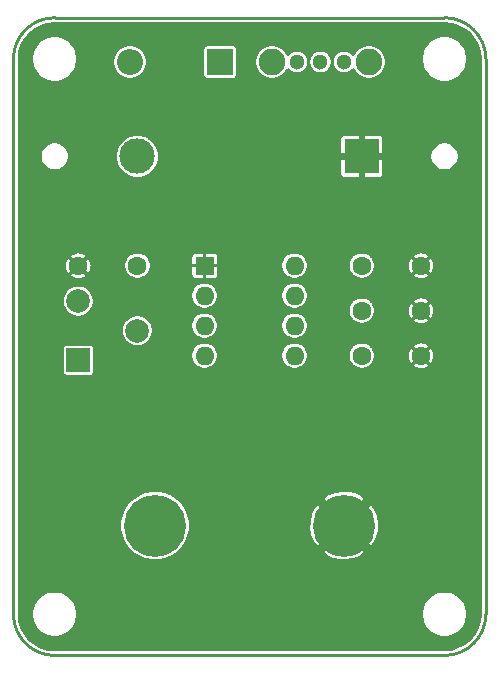
<source format=gbr>
G04 #@! TF.GenerationSoftware,KiCad,Pcbnew,(5.1.8)-1*
G04 #@! TF.CreationDate,2021-01-06T21:59:08-05:00*
G04 #@! TF.ProjectId,Square Wave Generator,53717561-7265-4205-9761-76652047656e,rev?*
G04 #@! TF.SameCoordinates,Original*
G04 #@! TF.FileFunction,Copper,L2,Bot*
G04 #@! TF.FilePolarity,Positive*
%FSLAX46Y46*%
G04 Gerber Fmt 4.6, Leading zero omitted, Abs format (unit mm)*
G04 Created by KiCad (PCBNEW (5.1.8)-1) date 2021-01-06 21:59:08*
%MOMM*%
%LPD*%
G01*
G04 APERTURE LIST*
G04 #@! TA.AperFunction,Profile*
%ADD10C,0.254000*%
G04 #@! TD*
G04 #@! TA.AperFunction,ComponentPad*
%ADD11R,2.000000X2.000000*%
G04 #@! TD*
G04 #@! TA.AperFunction,ComponentPad*
%ADD12C,2.000000*%
G04 #@! TD*
G04 #@! TA.AperFunction,ComponentPad*
%ADD13C,1.600000*%
G04 #@! TD*
G04 #@! TA.AperFunction,ComponentPad*
%ADD14O,1.600000X1.600000*%
G04 #@! TD*
G04 #@! TA.AperFunction,ComponentPad*
%ADD15R,1.600000X1.600000*%
G04 #@! TD*
G04 #@! TA.AperFunction,ComponentPad*
%ADD16R,3.000000X3.000000*%
G04 #@! TD*
G04 #@! TA.AperFunction,ComponentPad*
%ADD17C,3.000000*%
G04 #@! TD*
G04 #@! TA.AperFunction,ComponentPad*
%ADD18C,1.300000*%
G04 #@! TD*
G04 #@! TA.AperFunction,ComponentPad*
%ADD19C,2.250000*%
G04 #@! TD*
G04 #@! TA.AperFunction,ComponentPad*
%ADD20C,5.250000*%
G04 #@! TD*
G04 #@! TA.AperFunction,ComponentPad*
%ADD21O,2.200000X2.200000*%
G04 #@! TD*
G04 #@! TA.AperFunction,ComponentPad*
%ADD22R,2.200000X2.200000*%
G04 #@! TD*
G04 #@! TA.AperFunction,ViaPad*
%ADD23C,0.600000*%
G04 #@! TD*
G04 #@! TA.AperFunction,Conductor*
%ADD24C,0.127000*%
G04 #@! TD*
G04 #@! TA.AperFunction,Conductor*
%ADD25C,0.150000*%
G04 #@! TD*
G04 APERTURE END LIST*
D10*
X120000000Y-123500000D02*
G75*
G02*
X116500000Y-127000000I-3500000J0D01*
G01*
X83500000Y-127000000D02*
G75*
G02*
X80000000Y-123500000I0J3500000D01*
G01*
X116500000Y-73000000D02*
G75*
G02*
X120000000Y-76500000I0J-3500000D01*
G01*
X80000000Y-76500000D02*
G75*
G02*
X83500000Y-73000000I3500000J0D01*
G01*
X83500000Y-127000000D02*
X116500000Y-127000000D01*
X120000000Y-76500000D02*
X120000000Y-123500000D01*
X83500000Y-73000000D02*
X116500000Y-73000000D01*
X80000000Y-76500000D02*
X80000000Y-123500000D01*
D11*
X85500000Y-102000000D03*
D12*
X85500000Y-97000000D03*
X90500000Y-99500000D03*
D13*
X114500000Y-97810000D03*
X109500000Y-97810000D03*
D14*
X103810000Y-94000000D03*
X96190000Y-101620000D03*
X103810000Y-96540000D03*
X96190000Y-99080000D03*
X103810000Y-99080000D03*
X96190000Y-96540000D03*
X103810000Y-101620000D03*
D15*
X96190000Y-94000000D03*
D16*
X109500000Y-84750000D03*
D17*
X90500000Y-84750000D03*
D18*
X106000000Y-76750000D03*
D19*
X101900000Y-76750000D03*
X110100000Y-76750000D03*
D18*
X108000000Y-76750000D03*
X104000000Y-76750000D03*
D20*
X108000000Y-116000000D03*
X92000000Y-116000000D03*
D21*
X89880000Y-76750000D03*
D22*
X97500000Y-76750000D03*
D13*
X85500000Y-94000000D03*
X90500000Y-94000000D03*
X114500000Y-101620000D03*
X109500000Y-101620000D03*
X114500000Y-94000000D03*
X109500000Y-94000000D03*
D23*
X81775000Y-78824999D03*
X81775000Y-87624999D03*
X81775000Y-96424999D03*
X81775000Y-105224999D03*
X81775000Y-114024999D03*
X84175000Y-120424999D03*
X85775000Y-74024999D03*
X86575000Y-82824999D03*
X86575000Y-91624999D03*
X86575000Y-109224999D03*
X87375000Y-99624999D03*
X88175000Y-125224999D03*
X91375000Y-78824999D03*
X91375000Y-87624999D03*
X92175000Y-95624999D03*
X92175000Y-119624999D03*
X92975000Y-103624999D03*
X93775000Y-111624999D03*
X95375000Y-74024999D03*
X96175000Y-82824999D03*
X96175000Y-124424999D03*
X96975000Y-90824999D03*
X97775000Y-116424999D03*
X98575000Y-98024999D03*
X98575000Y-106824999D03*
X101775000Y-86024999D03*
X101775000Y-121224999D03*
X102575000Y-111624999D03*
X103375000Y-74824999D03*
X104175000Y-103624999D03*
X104975000Y-91624999D03*
X106575000Y-125224999D03*
X107375000Y-79624999D03*
X107375000Y-98024999D03*
X108175000Y-108424999D03*
X109775000Y-87624999D03*
X109775000Y-119624999D03*
X111375000Y-74024999D03*
X112175000Y-94024999D03*
X112175000Y-102824999D03*
X112175000Y-113224999D03*
X113775000Y-82024999D03*
X116175000Y-107624999D03*
X116975000Y-89224999D03*
X116975000Y-98024999D03*
X116975000Y-117224999D03*
D24*
X117093851Y-73500840D02*
X117665081Y-73673305D01*
X118191935Y-73953439D01*
X118654341Y-74330568D01*
X119034690Y-74790331D01*
X119318493Y-75315215D01*
X119494941Y-75885225D01*
X119559496Y-76499420D01*
X119559500Y-76500670D01*
X119559501Y-123478443D01*
X119499159Y-124093853D01*
X119326695Y-124665081D01*
X119046564Y-125191930D01*
X118669434Y-125654339D01*
X118209669Y-126034690D01*
X117684788Y-126318492D01*
X117114775Y-126494941D01*
X116500580Y-126559496D01*
X116499330Y-126559500D01*
X83521547Y-126559500D01*
X82906147Y-126499159D01*
X82334919Y-126326695D01*
X81808070Y-126046564D01*
X81345661Y-125669434D01*
X80965310Y-125209669D01*
X80681508Y-124684788D01*
X80505059Y-124114775D01*
X80440504Y-123500580D01*
X80440500Y-123499330D01*
X80440500Y-123311537D01*
X81586500Y-123311537D01*
X81586500Y-123688463D01*
X81660034Y-124058147D01*
X81804278Y-124406382D01*
X82013687Y-124719785D01*
X82280215Y-124986313D01*
X82593618Y-125195722D01*
X82941853Y-125339966D01*
X83311537Y-125413500D01*
X83688463Y-125413500D01*
X84058147Y-125339966D01*
X84406382Y-125195722D01*
X84719785Y-124986313D01*
X84986313Y-124719785D01*
X85195722Y-124406382D01*
X85339966Y-124058147D01*
X85413500Y-123688463D01*
X85413500Y-123311537D01*
X114586500Y-123311537D01*
X114586500Y-123688463D01*
X114660034Y-124058147D01*
X114804278Y-124406382D01*
X115013687Y-124719785D01*
X115280215Y-124986313D01*
X115593618Y-125195722D01*
X115941853Y-125339966D01*
X116311537Y-125413500D01*
X116688463Y-125413500D01*
X117058147Y-125339966D01*
X117406382Y-125195722D01*
X117719785Y-124986313D01*
X117986313Y-124719785D01*
X118195722Y-124406382D01*
X118339966Y-124058147D01*
X118413500Y-123688463D01*
X118413500Y-123311537D01*
X118339966Y-122941853D01*
X118195722Y-122593618D01*
X117986313Y-122280215D01*
X117719785Y-122013687D01*
X117406382Y-121804278D01*
X117058147Y-121660034D01*
X116688463Y-121586500D01*
X116311537Y-121586500D01*
X115941853Y-121660034D01*
X115593618Y-121804278D01*
X115280215Y-122013687D01*
X115013687Y-122280215D01*
X114804278Y-122593618D01*
X114660034Y-122941853D01*
X114586500Y-123311537D01*
X85413500Y-123311537D01*
X85339966Y-122941853D01*
X85195722Y-122593618D01*
X84986313Y-122280215D01*
X84719785Y-122013687D01*
X84406382Y-121804278D01*
X84058147Y-121660034D01*
X83688463Y-121586500D01*
X83311537Y-121586500D01*
X82941853Y-121660034D01*
X82593618Y-121804278D01*
X82280215Y-122013687D01*
X82013687Y-122280215D01*
X81804278Y-122593618D01*
X81660034Y-122941853D01*
X81586500Y-123311537D01*
X80440500Y-123311537D01*
X80440500Y-115710583D01*
X89061500Y-115710583D01*
X89061500Y-116289417D01*
X89174425Y-116857129D01*
X89395935Y-117391902D01*
X89717518Y-117873184D01*
X90126816Y-118282482D01*
X90608098Y-118604065D01*
X91142871Y-118825575D01*
X91710583Y-118938500D01*
X92289417Y-118938500D01*
X92857129Y-118825575D01*
X93391902Y-118604065D01*
X93873184Y-118282482D01*
X93911129Y-118244537D01*
X106204476Y-118244537D01*
X106531362Y-118561571D01*
X107059320Y-118798868D01*
X107623427Y-118928606D01*
X108202005Y-118945800D01*
X108772820Y-118849788D01*
X109313937Y-118644260D01*
X109468638Y-118561571D01*
X109795524Y-118244537D01*
X108000000Y-116449013D01*
X106204476Y-118244537D01*
X93911129Y-118244537D01*
X94282482Y-117873184D01*
X94604065Y-117391902D01*
X94825575Y-116857129D01*
X94938500Y-116289417D01*
X94938500Y-116202005D01*
X105054200Y-116202005D01*
X105150212Y-116772820D01*
X105355740Y-117313937D01*
X105438429Y-117468638D01*
X105755463Y-117795524D01*
X107550987Y-116000000D01*
X108449013Y-116000000D01*
X110244537Y-117795524D01*
X110561571Y-117468638D01*
X110798868Y-116940680D01*
X110928606Y-116376573D01*
X110945800Y-115797995D01*
X110849788Y-115227180D01*
X110644260Y-114686063D01*
X110561571Y-114531362D01*
X110244537Y-114204476D01*
X108449013Y-116000000D01*
X107550987Y-116000000D01*
X105755463Y-114204476D01*
X105438429Y-114531362D01*
X105201132Y-115059320D01*
X105071394Y-115623427D01*
X105054200Y-116202005D01*
X94938500Y-116202005D01*
X94938500Y-115710583D01*
X94825575Y-115142871D01*
X94604065Y-114608098D01*
X94282482Y-114126816D01*
X93911129Y-113755463D01*
X106204476Y-113755463D01*
X108000000Y-115550987D01*
X109795524Y-113755463D01*
X109468638Y-113438429D01*
X108940680Y-113201132D01*
X108376573Y-113071394D01*
X107797995Y-113054200D01*
X107227180Y-113150212D01*
X106686063Y-113355740D01*
X106531362Y-113438429D01*
X106204476Y-113755463D01*
X93911129Y-113755463D01*
X93873184Y-113717518D01*
X93391902Y-113395935D01*
X92857129Y-113174425D01*
X92289417Y-113061500D01*
X91710583Y-113061500D01*
X91142871Y-113174425D01*
X90608098Y-113395935D01*
X90126816Y-113717518D01*
X89717518Y-114126816D01*
X89395935Y-114608098D01*
X89174425Y-115142871D01*
X89061500Y-115710583D01*
X80440500Y-115710583D01*
X80440500Y-101000000D01*
X84184984Y-101000000D01*
X84184984Y-103000000D01*
X84191037Y-103061457D01*
X84208963Y-103120551D01*
X84238074Y-103175014D01*
X84277250Y-103222750D01*
X84324986Y-103261926D01*
X84379449Y-103291037D01*
X84438543Y-103308963D01*
X84500000Y-103315016D01*
X86500000Y-103315016D01*
X86561457Y-103308963D01*
X86620551Y-103291037D01*
X86675014Y-103261926D01*
X86722750Y-103222750D01*
X86761926Y-103175014D01*
X86791037Y-103120551D01*
X86808963Y-103061457D01*
X86815016Y-103000000D01*
X86815016Y-101510330D01*
X95076500Y-101510330D01*
X95076500Y-101729670D01*
X95119291Y-101944796D01*
X95203229Y-102147440D01*
X95325088Y-102329815D01*
X95480185Y-102484912D01*
X95662560Y-102606771D01*
X95865204Y-102690709D01*
X96080330Y-102733500D01*
X96299670Y-102733500D01*
X96514796Y-102690709D01*
X96717440Y-102606771D01*
X96899815Y-102484912D01*
X97054912Y-102329815D01*
X97176771Y-102147440D01*
X97260709Y-101944796D01*
X97303500Y-101729670D01*
X97303500Y-101510330D01*
X102696500Y-101510330D01*
X102696500Y-101729670D01*
X102739291Y-101944796D01*
X102823229Y-102147440D01*
X102945088Y-102329815D01*
X103100185Y-102484912D01*
X103282560Y-102606771D01*
X103485204Y-102690709D01*
X103700330Y-102733500D01*
X103919670Y-102733500D01*
X104134796Y-102690709D01*
X104337440Y-102606771D01*
X104519815Y-102484912D01*
X104674912Y-102329815D01*
X104796771Y-102147440D01*
X104880709Y-101944796D01*
X104923500Y-101729670D01*
X104923500Y-101510330D01*
X108386500Y-101510330D01*
X108386500Y-101729670D01*
X108429291Y-101944796D01*
X108513229Y-102147440D01*
X108635088Y-102329815D01*
X108790185Y-102484912D01*
X108972560Y-102606771D01*
X109175204Y-102690709D01*
X109390330Y-102733500D01*
X109609670Y-102733500D01*
X109824796Y-102690709D01*
X110027440Y-102606771D01*
X110209815Y-102484912D01*
X110295443Y-102399284D01*
X113810519Y-102399284D01*
X113894767Y-102561065D01*
X114089988Y-102661058D01*
X114300967Y-102721044D01*
X114519595Y-102738717D01*
X114737469Y-102713399D01*
X114946218Y-102646062D01*
X115105233Y-102561065D01*
X115189481Y-102399284D01*
X114500000Y-101709803D01*
X113810519Y-102399284D01*
X110295443Y-102399284D01*
X110364912Y-102329815D01*
X110486771Y-102147440D01*
X110570709Y-101944796D01*
X110613500Y-101729670D01*
X110613500Y-101639595D01*
X113381283Y-101639595D01*
X113406601Y-101857469D01*
X113473938Y-102066218D01*
X113558935Y-102225233D01*
X113720716Y-102309481D01*
X114410197Y-101620000D01*
X114589803Y-101620000D01*
X115279284Y-102309481D01*
X115441065Y-102225233D01*
X115541058Y-102030012D01*
X115601044Y-101819033D01*
X115618717Y-101600405D01*
X115593399Y-101382531D01*
X115526062Y-101173782D01*
X115441065Y-101014767D01*
X115279284Y-100930519D01*
X114589803Y-101620000D01*
X114410197Y-101620000D01*
X113720716Y-100930519D01*
X113558935Y-101014767D01*
X113458942Y-101209988D01*
X113398956Y-101420967D01*
X113381283Y-101639595D01*
X110613500Y-101639595D01*
X110613500Y-101510330D01*
X110570709Y-101295204D01*
X110486771Y-101092560D01*
X110364912Y-100910185D01*
X110295443Y-100840716D01*
X113810519Y-100840716D01*
X114500000Y-101530197D01*
X115189481Y-100840716D01*
X115105233Y-100678935D01*
X114910012Y-100578942D01*
X114699033Y-100518956D01*
X114480405Y-100501283D01*
X114262531Y-100526601D01*
X114053782Y-100593938D01*
X113894767Y-100678935D01*
X113810519Y-100840716D01*
X110295443Y-100840716D01*
X110209815Y-100755088D01*
X110027440Y-100633229D01*
X109824796Y-100549291D01*
X109609670Y-100506500D01*
X109390330Y-100506500D01*
X109175204Y-100549291D01*
X108972560Y-100633229D01*
X108790185Y-100755088D01*
X108635088Y-100910185D01*
X108513229Y-101092560D01*
X108429291Y-101295204D01*
X108386500Y-101510330D01*
X104923500Y-101510330D01*
X104880709Y-101295204D01*
X104796771Y-101092560D01*
X104674912Y-100910185D01*
X104519815Y-100755088D01*
X104337440Y-100633229D01*
X104134796Y-100549291D01*
X103919670Y-100506500D01*
X103700330Y-100506500D01*
X103485204Y-100549291D01*
X103282560Y-100633229D01*
X103100185Y-100755088D01*
X102945088Y-100910185D01*
X102823229Y-101092560D01*
X102739291Y-101295204D01*
X102696500Y-101510330D01*
X97303500Y-101510330D01*
X97260709Y-101295204D01*
X97176771Y-101092560D01*
X97054912Y-100910185D01*
X96899815Y-100755088D01*
X96717440Y-100633229D01*
X96514796Y-100549291D01*
X96299670Y-100506500D01*
X96080330Y-100506500D01*
X95865204Y-100549291D01*
X95662560Y-100633229D01*
X95480185Y-100755088D01*
X95325088Y-100910185D01*
X95203229Y-101092560D01*
X95119291Y-101295204D01*
X95076500Y-101510330D01*
X86815016Y-101510330D01*
X86815016Y-101000000D01*
X86808963Y-100938543D01*
X86791037Y-100879449D01*
X86761926Y-100824986D01*
X86722750Y-100777250D01*
X86675014Y-100738074D01*
X86620551Y-100708963D01*
X86561457Y-100691037D01*
X86500000Y-100684984D01*
X84500000Y-100684984D01*
X84438543Y-100691037D01*
X84379449Y-100708963D01*
X84324986Y-100738074D01*
X84277250Y-100777250D01*
X84238074Y-100824986D01*
X84208963Y-100879449D01*
X84191037Y-100938543D01*
X84184984Y-101000000D01*
X80440500Y-101000000D01*
X80440500Y-99370632D01*
X89186500Y-99370632D01*
X89186500Y-99629368D01*
X89236978Y-99883134D01*
X89335992Y-100122175D01*
X89479738Y-100337307D01*
X89662693Y-100520262D01*
X89877825Y-100664008D01*
X90116866Y-100763022D01*
X90370632Y-100813500D01*
X90629368Y-100813500D01*
X90883134Y-100763022D01*
X91122175Y-100664008D01*
X91337307Y-100520262D01*
X91520262Y-100337307D01*
X91664008Y-100122175D01*
X91763022Y-99883134D01*
X91813500Y-99629368D01*
X91813500Y-99370632D01*
X91763022Y-99116866D01*
X91702325Y-98970330D01*
X95076500Y-98970330D01*
X95076500Y-99189670D01*
X95119291Y-99404796D01*
X95203229Y-99607440D01*
X95325088Y-99789815D01*
X95480185Y-99944912D01*
X95662560Y-100066771D01*
X95865204Y-100150709D01*
X96080330Y-100193500D01*
X96299670Y-100193500D01*
X96514796Y-100150709D01*
X96717440Y-100066771D01*
X96899815Y-99944912D01*
X97054912Y-99789815D01*
X97176771Y-99607440D01*
X97260709Y-99404796D01*
X97303500Y-99189670D01*
X97303500Y-98970330D01*
X102696500Y-98970330D01*
X102696500Y-99189670D01*
X102739291Y-99404796D01*
X102823229Y-99607440D01*
X102945088Y-99789815D01*
X103100185Y-99944912D01*
X103282560Y-100066771D01*
X103485204Y-100150709D01*
X103700330Y-100193500D01*
X103919670Y-100193500D01*
X104134796Y-100150709D01*
X104337440Y-100066771D01*
X104519815Y-99944912D01*
X104674912Y-99789815D01*
X104796771Y-99607440D01*
X104880709Y-99404796D01*
X104923500Y-99189670D01*
X104923500Y-98970330D01*
X104880709Y-98755204D01*
X104796771Y-98552560D01*
X104674912Y-98370185D01*
X104519815Y-98215088D01*
X104337440Y-98093229D01*
X104134796Y-98009291D01*
X103919670Y-97966500D01*
X103700330Y-97966500D01*
X103485204Y-98009291D01*
X103282560Y-98093229D01*
X103100185Y-98215088D01*
X102945088Y-98370185D01*
X102823229Y-98552560D01*
X102739291Y-98755204D01*
X102696500Y-98970330D01*
X97303500Y-98970330D01*
X97260709Y-98755204D01*
X97176771Y-98552560D01*
X97054912Y-98370185D01*
X96899815Y-98215088D01*
X96717440Y-98093229D01*
X96514796Y-98009291D01*
X96299670Y-97966500D01*
X96080330Y-97966500D01*
X95865204Y-98009291D01*
X95662560Y-98093229D01*
X95480185Y-98215088D01*
X95325088Y-98370185D01*
X95203229Y-98552560D01*
X95119291Y-98755204D01*
X95076500Y-98970330D01*
X91702325Y-98970330D01*
X91664008Y-98877825D01*
X91520262Y-98662693D01*
X91337307Y-98479738D01*
X91122175Y-98335992D01*
X90883134Y-98236978D01*
X90629368Y-98186500D01*
X90370632Y-98186500D01*
X90116866Y-98236978D01*
X89877825Y-98335992D01*
X89662693Y-98479738D01*
X89479738Y-98662693D01*
X89335992Y-98877825D01*
X89236978Y-99116866D01*
X89186500Y-99370632D01*
X80440500Y-99370632D01*
X80440500Y-96870632D01*
X84186500Y-96870632D01*
X84186500Y-97129368D01*
X84236978Y-97383134D01*
X84335992Y-97622175D01*
X84479738Y-97837307D01*
X84662693Y-98020262D01*
X84877825Y-98164008D01*
X85116866Y-98263022D01*
X85370632Y-98313500D01*
X85629368Y-98313500D01*
X85883134Y-98263022D01*
X86122175Y-98164008D01*
X86337307Y-98020262D01*
X86520262Y-97837307D01*
X86611786Y-97700330D01*
X108386500Y-97700330D01*
X108386500Y-97919670D01*
X108429291Y-98134796D01*
X108513229Y-98337440D01*
X108635088Y-98519815D01*
X108790185Y-98674912D01*
X108972560Y-98796771D01*
X109175204Y-98880709D01*
X109390330Y-98923500D01*
X109609670Y-98923500D01*
X109824796Y-98880709D01*
X110027440Y-98796771D01*
X110209815Y-98674912D01*
X110295443Y-98589284D01*
X113810519Y-98589284D01*
X113894767Y-98751065D01*
X114089988Y-98851058D01*
X114300967Y-98911044D01*
X114519595Y-98928717D01*
X114737469Y-98903399D01*
X114946218Y-98836062D01*
X115105233Y-98751065D01*
X115189481Y-98589284D01*
X114500000Y-97899803D01*
X113810519Y-98589284D01*
X110295443Y-98589284D01*
X110364912Y-98519815D01*
X110486771Y-98337440D01*
X110570709Y-98134796D01*
X110613500Y-97919670D01*
X110613500Y-97829595D01*
X113381283Y-97829595D01*
X113406601Y-98047469D01*
X113473938Y-98256218D01*
X113558935Y-98415233D01*
X113720716Y-98499481D01*
X114410197Y-97810000D01*
X114589803Y-97810000D01*
X115279284Y-98499481D01*
X115441065Y-98415233D01*
X115541058Y-98220012D01*
X115601044Y-98009033D01*
X115618717Y-97790405D01*
X115593399Y-97572531D01*
X115526062Y-97363782D01*
X115441065Y-97204767D01*
X115279284Y-97120519D01*
X114589803Y-97810000D01*
X114410197Y-97810000D01*
X113720716Y-97120519D01*
X113558935Y-97204767D01*
X113458942Y-97399988D01*
X113398956Y-97610967D01*
X113381283Y-97829595D01*
X110613500Y-97829595D01*
X110613500Y-97700330D01*
X110570709Y-97485204D01*
X110486771Y-97282560D01*
X110364912Y-97100185D01*
X110295443Y-97030716D01*
X113810519Y-97030716D01*
X114500000Y-97720197D01*
X115189481Y-97030716D01*
X115105233Y-96868935D01*
X114910012Y-96768942D01*
X114699033Y-96708956D01*
X114480405Y-96691283D01*
X114262531Y-96716601D01*
X114053782Y-96783938D01*
X113894767Y-96868935D01*
X113810519Y-97030716D01*
X110295443Y-97030716D01*
X110209815Y-96945088D01*
X110027440Y-96823229D01*
X109824796Y-96739291D01*
X109609670Y-96696500D01*
X109390330Y-96696500D01*
X109175204Y-96739291D01*
X108972560Y-96823229D01*
X108790185Y-96945088D01*
X108635088Y-97100185D01*
X108513229Y-97282560D01*
X108429291Y-97485204D01*
X108386500Y-97700330D01*
X86611786Y-97700330D01*
X86664008Y-97622175D01*
X86763022Y-97383134D01*
X86813500Y-97129368D01*
X86813500Y-96870632D01*
X86763022Y-96616866D01*
X86685757Y-96430330D01*
X95076500Y-96430330D01*
X95076500Y-96649670D01*
X95119291Y-96864796D01*
X95203229Y-97067440D01*
X95325088Y-97249815D01*
X95480185Y-97404912D01*
X95662560Y-97526771D01*
X95865204Y-97610709D01*
X96080330Y-97653500D01*
X96299670Y-97653500D01*
X96514796Y-97610709D01*
X96717440Y-97526771D01*
X96899815Y-97404912D01*
X97054912Y-97249815D01*
X97176771Y-97067440D01*
X97260709Y-96864796D01*
X97303500Y-96649670D01*
X97303500Y-96430330D01*
X102696500Y-96430330D01*
X102696500Y-96649670D01*
X102739291Y-96864796D01*
X102823229Y-97067440D01*
X102945088Y-97249815D01*
X103100185Y-97404912D01*
X103282560Y-97526771D01*
X103485204Y-97610709D01*
X103700330Y-97653500D01*
X103919670Y-97653500D01*
X104134796Y-97610709D01*
X104337440Y-97526771D01*
X104519815Y-97404912D01*
X104674912Y-97249815D01*
X104796771Y-97067440D01*
X104880709Y-96864796D01*
X104923500Y-96649670D01*
X104923500Y-96430330D01*
X104880709Y-96215204D01*
X104796771Y-96012560D01*
X104674912Y-95830185D01*
X104519815Y-95675088D01*
X104337440Y-95553229D01*
X104134796Y-95469291D01*
X103919670Y-95426500D01*
X103700330Y-95426500D01*
X103485204Y-95469291D01*
X103282560Y-95553229D01*
X103100185Y-95675088D01*
X102945088Y-95830185D01*
X102823229Y-96012560D01*
X102739291Y-96215204D01*
X102696500Y-96430330D01*
X97303500Y-96430330D01*
X97260709Y-96215204D01*
X97176771Y-96012560D01*
X97054912Y-95830185D01*
X96899815Y-95675088D01*
X96717440Y-95553229D01*
X96514796Y-95469291D01*
X96299670Y-95426500D01*
X96080330Y-95426500D01*
X95865204Y-95469291D01*
X95662560Y-95553229D01*
X95480185Y-95675088D01*
X95325088Y-95830185D01*
X95203229Y-96012560D01*
X95119291Y-96215204D01*
X95076500Y-96430330D01*
X86685757Y-96430330D01*
X86664008Y-96377825D01*
X86520262Y-96162693D01*
X86337307Y-95979738D01*
X86122175Y-95835992D01*
X85883134Y-95736978D01*
X85629368Y-95686500D01*
X85370632Y-95686500D01*
X85116866Y-95736978D01*
X84877825Y-95835992D01*
X84662693Y-95979738D01*
X84479738Y-96162693D01*
X84335992Y-96377825D01*
X84236978Y-96616866D01*
X84186500Y-96870632D01*
X80440500Y-96870632D01*
X80440500Y-94779284D01*
X84810519Y-94779284D01*
X84894767Y-94941065D01*
X85089988Y-95041058D01*
X85300967Y-95101044D01*
X85519595Y-95118717D01*
X85737469Y-95093399D01*
X85946218Y-95026062D01*
X86105233Y-94941065D01*
X86189481Y-94779284D01*
X85500000Y-94089803D01*
X84810519Y-94779284D01*
X80440500Y-94779284D01*
X80440500Y-94019595D01*
X84381283Y-94019595D01*
X84406601Y-94237469D01*
X84473938Y-94446218D01*
X84558935Y-94605233D01*
X84720716Y-94689481D01*
X85410197Y-94000000D01*
X85589803Y-94000000D01*
X86279284Y-94689481D01*
X86441065Y-94605233D01*
X86541058Y-94410012D01*
X86601044Y-94199033D01*
X86618717Y-93980405D01*
X86608250Y-93890330D01*
X89386500Y-93890330D01*
X89386500Y-94109670D01*
X89429291Y-94324796D01*
X89513229Y-94527440D01*
X89635088Y-94709815D01*
X89790185Y-94864912D01*
X89972560Y-94986771D01*
X90175204Y-95070709D01*
X90390330Y-95113500D01*
X90609670Y-95113500D01*
X90824796Y-95070709D01*
X91027440Y-94986771D01*
X91209815Y-94864912D01*
X91274727Y-94800000D01*
X95074983Y-94800000D01*
X95081036Y-94861457D01*
X95098962Y-94920552D01*
X95128073Y-94975014D01*
X95167249Y-95022751D01*
X95214986Y-95061927D01*
X95269448Y-95091038D01*
X95328543Y-95108964D01*
X95390000Y-95115017D01*
X96048125Y-95113500D01*
X96126500Y-95035125D01*
X96126500Y-94063500D01*
X96253500Y-94063500D01*
X96253500Y-95035125D01*
X96331875Y-95113500D01*
X96990000Y-95115017D01*
X97051457Y-95108964D01*
X97110552Y-95091038D01*
X97165014Y-95061927D01*
X97212751Y-95022751D01*
X97251927Y-94975014D01*
X97281038Y-94920552D01*
X97298964Y-94861457D01*
X97305017Y-94800000D01*
X97303500Y-94141875D01*
X97225125Y-94063500D01*
X96253500Y-94063500D01*
X96126500Y-94063500D01*
X95154875Y-94063500D01*
X95076500Y-94141875D01*
X95074983Y-94800000D01*
X91274727Y-94800000D01*
X91364912Y-94709815D01*
X91486771Y-94527440D01*
X91570709Y-94324796D01*
X91613500Y-94109670D01*
X91613500Y-93890330D01*
X91570709Y-93675204D01*
X91486771Y-93472560D01*
X91364912Y-93290185D01*
X91274727Y-93200000D01*
X95074983Y-93200000D01*
X95076500Y-93858125D01*
X95154875Y-93936500D01*
X96126500Y-93936500D01*
X96126500Y-92964875D01*
X96253500Y-92964875D01*
X96253500Y-93936500D01*
X97225125Y-93936500D01*
X97271295Y-93890330D01*
X102696500Y-93890330D01*
X102696500Y-94109670D01*
X102739291Y-94324796D01*
X102823229Y-94527440D01*
X102945088Y-94709815D01*
X103100185Y-94864912D01*
X103282560Y-94986771D01*
X103485204Y-95070709D01*
X103700330Y-95113500D01*
X103919670Y-95113500D01*
X104134796Y-95070709D01*
X104337440Y-94986771D01*
X104519815Y-94864912D01*
X104674912Y-94709815D01*
X104796771Y-94527440D01*
X104880709Y-94324796D01*
X104923500Y-94109670D01*
X104923500Y-93890330D01*
X108386500Y-93890330D01*
X108386500Y-94109670D01*
X108429291Y-94324796D01*
X108513229Y-94527440D01*
X108635088Y-94709815D01*
X108790185Y-94864912D01*
X108972560Y-94986771D01*
X109175204Y-95070709D01*
X109390330Y-95113500D01*
X109609670Y-95113500D01*
X109824796Y-95070709D01*
X110027440Y-94986771D01*
X110209815Y-94864912D01*
X110295443Y-94779284D01*
X113810519Y-94779284D01*
X113894767Y-94941065D01*
X114089988Y-95041058D01*
X114300967Y-95101044D01*
X114519595Y-95118717D01*
X114737469Y-95093399D01*
X114946218Y-95026062D01*
X115105233Y-94941065D01*
X115189481Y-94779284D01*
X114500000Y-94089803D01*
X113810519Y-94779284D01*
X110295443Y-94779284D01*
X110364912Y-94709815D01*
X110486771Y-94527440D01*
X110570709Y-94324796D01*
X110613500Y-94109670D01*
X110613500Y-94019595D01*
X113381283Y-94019595D01*
X113406601Y-94237469D01*
X113473938Y-94446218D01*
X113558935Y-94605233D01*
X113720716Y-94689481D01*
X114410197Y-94000000D01*
X114589803Y-94000000D01*
X115279284Y-94689481D01*
X115441065Y-94605233D01*
X115541058Y-94410012D01*
X115601044Y-94199033D01*
X115618717Y-93980405D01*
X115593399Y-93762531D01*
X115526062Y-93553782D01*
X115441065Y-93394767D01*
X115279284Y-93310519D01*
X114589803Y-94000000D01*
X114410197Y-94000000D01*
X113720716Y-93310519D01*
X113558935Y-93394767D01*
X113458942Y-93589988D01*
X113398956Y-93800967D01*
X113381283Y-94019595D01*
X110613500Y-94019595D01*
X110613500Y-93890330D01*
X110570709Y-93675204D01*
X110486771Y-93472560D01*
X110364912Y-93290185D01*
X110295443Y-93220716D01*
X113810519Y-93220716D01*
X114500000Y-93910197D01*
X115189481Y-93220716D01*
X115105233Y-93058935D01*
X114910012Y-92958942D01*
X114699033Y-92898956D01*
X114480405Y-92881283D01*
X114262531Y-92906601D01*
X114053782Y-92973938D01*
X113894767Y-93058935D01*
X113810519Y-93220716D01*
X110295443Y-93220716D01*
X110209815Y-93135088D01*
X110027440Y-93013229D01*
X109824796Y-92929291D01*
X109609670Y-92886500D01*
X109390330Y-92886500D01*
X109175204Y-92929291D01*
X108972560Y-93013229D01*
X108790185Y-93135088D01*
X108635088Y-93290185D01*
X108513229Y-93472560D01*
X108429291Y-93675204D01*
X108386500Y-93890330D01*
X104923500Y-93890330D01*
X104880709Y-93675204D01*
X104796771Y-93472560D01*
X104674912Y-93290185D01*
X104519815Y-93135088D01*
X104337440Y-93013229D01*
X104134796Y-92929291D01*
X103919670Y-92886500D01*
X103700330Y-92886500D01*
X103485204Y-92929291D01*
X103282560Y-93013229D01*
X103100185Y-93135088D01*
X102945088Y-93290185D01*
X102823229Y-93472560D01*
X102739291Y-93675204D01*
X102696500Y-93890330D01*
X97271295Y-93890330D01*
X97303500Y-93858125D01*
X97305017Y-93200000D01*
X97298964Y-93138543D01*
X97281038Y-93079448D01*
X97251927Y-93024986D01*
X97212751Y-92977249D01*
X97165014Y-92938073D01*
X97110552Y-92908962D01*
X97051457Y-92891036D01*
X96990000Y-92884983D01*
X96331875Y-92886500D01*
X96253500Y-92964875D01*
X96126500Y-92964875D01*
X96048125Y-92886500D01*
X95390000Y-92884983D01*
X95328543Y-92891036D01*
X95269448Y-92908962D01*
X95214986Y-92938073D01*
X95167249Y-92977249D01*
X95128073Y-93024986D01*
X95098962Y-93079448D01*
X95081036Y-93138543D01*
X95074983Y-93200000D01*
X91274727Y-93200000D01*
X91209815Y-93135088D01*
X91027440Y-93013229D01*
X90824796Y-92929291D01*
X90609670Y-92886500D01*
X90390330Y-92886500D01*
X90175204Y-92929291D01*
X89972560Y-93013229D01*
X89790185Y-93135088D01*
X89635088Y-93290185D01*
X89513229Y-93472560D01*
X89429291Y-93675204D01*
X89386500Y-93890330D01*
X86608250Y-93890330D01*
X86593399Y-93762531D01*
X86526062Y-93553782D01*
X86441065Y-93394767D01*
X86279284Y-93310519D01*
X85589803Y-94000000D01*
X85410197Y-94000000D01*
X84720716Y-93310519D01*
X84558935Y-93394767D01*
X84458942Y-93589988D01*
X84398956Y-93800967D01*
X84381283Y-94019595D01*
X80440500Y-94019595D01*
X80440500Y-93220716D01*
X84810519Y-93220716D01*
X85500000Y-93910197D01*
X86189481Y-93220716D01*
X86105233Y-93058935D01*
X85910012Y-92958942D01*
X85699033Y-92898956D01*
X85480405Y-92881283D01*
X85262531Y-92906601D01*
X85053782Y-92973938D01*
X84894767Y-93058935D01*
X84810519Y-93220716D01*
X80440500Y-93220716D01*
X80440500Y-84632943D01*
X82311500Y-84632943D01*
X82311500Y-84867057D01*
X82357173Y-85096673D01*
X82446765Y-85312966D01*
X82576831Y-85507625D01*
X82742375Y-85673169D01*
X82937034Y-85803235D01*
X83153327Y-85892827D01*
X83382943Y-85938500D01*
X83617057Y-85938500D01*
X83846673Y-85892827D01*
X84062966Y-85803235D01*
X84257625Y-85673169D01*
X84423169Y-85507625D01*
X84553235Y-85312966D01*
X84642827Y-85096673D01*
X84688500Y-84867057D01*
X84688500Y-84632943D01*
X84676256Y-84571386D01*
X88686500Y-84571386D01*
X88686500Y-84928614D01*
X88756192Y-85278979D01*
X88892897Y-85609014D01*
X89091362Y-85906039D01*
X89343961Y-86158638D01*
X89640986Y-86357103D01*
X89971021Y-86493808D01*
X90321386Y-86563500D01*
X90678614Y-86563500D01*
X91028979Y-86493808D01*
X91359014Y-86357103D01*
X91519305Y-86250000D01*
X107684983Y-86250000D01*
X107691036Y-86311457D01*
X107708962Y-86370552D01*
X107738073Y-86425014D01*
X107777249Y-86472751D01*
X107824986Y-86511927D01*
X107879448Y-86541038D01*
X107938543Y-86558964D01*
X108000000Y-86565017D01*
X109231125Y-86563500D01*
X109309500Y-86485125D01*
X109309500Y-84940500D01*
X109690500Y-84940500D01*
X109690500Y-86485125D01*
X109768875Y-86563500D01*
X111000000Y-86565017D01*
X111061457Y-86558964D01*
X111120552Y-86541038D01*
X111175014Y-86511927D01*
X111222751Y-86472751D01*
X111261927Y-86425014D01*
X111291038Y-86370552D01*
X111308964Y-86311457D01*
X111315017Y-86250000D01*
X111313500Y-85018875D01*
X111235125Y-84940500D01*
X109690500Y-84940500D01*
X109309500Y-84940500D01*
X107764875Y-84940500D01*
X107686500Y-85018875D01*
X107684983Y-86250000D01*
X91519305Y-86250000D01*
X91656039Y-86158638D01*
X91908638Y-85906039D01*
X92107103Y-85609014D01*
X92243808Y-85278979D01*
X92313500Y-84928614D01*
X92313500Y-84632943D01*
X115311500Y-84632943D01*
X115311500Y-84867057D01*
X115357173Y-85096673D01*
X115446765Y-85312966D01*
X115576831Y-85507625D01*
X115742375Y-85673169D01*
X115937034Y-85803235D01*
X116153327Y-85892827D01*
X116382943Y-85938500D01*
X116617057Y-85938500D01*
X116846673Y-85892827D01*
X117062966Y-85803235D01*
X117257625Y-85673169D01*
X117423169Y-85507625D01*
X117553235Y-85312966D01*
X117642827Y-85096673D01*
X117688500Y-84867057D01*
X117688500Y-84632943D01*
X117642827Y-84403327D01*
X117553235Y-84187034D01*
X117423169Y-83992375D01*
X117257625Y-83826831D01*
X117062966Y-83696765D01*
X116846673Y-83607173D01*
X116617057Y-83561500D01*
X116382943Y-83561500D01*
X116153327Y-83607173D01*
X115937034Y-83696765D01*
X115742375Y-83826831D01*
X115576831Y-83992375D01*
X115446765Y-84187034D01*
X115357173Y-84403327D01*
X115311500Y-84632943D01*
X92313500Y-84632943D01*
X92313500Y-84571386D01*
X92243808Y-84221021D01*
X92107103Y-83890986D01*
X91908638Y-83593961D01*
X91656039Y-83341362D01*
X91519306Y-83250000D01*
X107684983Y-83250000D01*
X107686500Y-84481125D01*
X107764875Y-84559500D01*
X109309500Y-84559500D01*
X109309500Y-83014875D01*
X109690500Y-83014875D01*
X109690500Y-84559500D01*
X111235125Y-84559500D01*
X111313500Y-84481125D01*
X111315017Y-83250000D01*
X111308964Y-83188543D01*
X111291038Y-83129448D01*
X111261927Y-83074986D01*
X111222751Y-83027249D01*
X111175014Y-82988073D01*
X111120552Y-82958962D01*
X111061457Y-82941036D01*
X111000000Y-82934983D01*
X109768875Y-82936500D01*
X109690500Y-83014875D01*
X109309500Y-83014875D01*
X109231125Y-82936500D01*
X108000000Y-82934983D01*
X107938543Y-82941036D01*
X107879448Y-82958962D01*
X107824986Y-82988073D01*
X107777249Y-83027249D01*
X107738073Y-83074986D01*
X107708962Y-83129448D01*
X107691036Y-83188543D01*
X107684983Y-83250000D01*
X91519306Y-83250000D01*
X91359014Y-83142897D01*
X91028979Y-83006192D01*
X90678614Y-82936500D01*
X90321386Y-82936500D01*
X89971021Y-83006192D01*
X89640986Y-83142897D01*
X89343961Y-83341362D01*
X89091362Y-83593961D01*
X88892897Y-83890986D01*
X88756192Y-84221021D01*
X88686500Y-84571386D01*
X84676256Y-84571386D01*
X84642827Y-84403327D01*
X84553235Y-84187034D01*
X84423169Y-83992375D01*
X84257625Y-83826831D01*
X84062966Y-83696765D01*
X83846673Y-83607173D01*
X83617057Y-83561500D01*
X83382943Y-83561500D01*
X83153327Y-83607173D01*
X82937034Y-83696765D01*
X82742375Y-83826831D01*
X82576831Y-83992375D01*
X82446765Y-84187034D01*
X82357173Y-84403327D01*
X82311500Y-84632943D01*
X80440500Y-84632943D01*
X80440500Y-76521547D01*
X80461091Y-76311537D01*
X81586500Y-76311537D01*
X81586500Y-76688463D01*
X81660034Y-77058147D01*
X81804278Y-77406382D01*
X82013687Y-77719785D01*
X82280215Y-77986313D01*
X82593618Y-78195722D01*
X82941853Y-78339966D01*
X83311537Y-78413500D01*
X83688463Y-78413500D01*
X84058147Y-78339966D01*
X84406382Y-78195722D01*
X84719785Y-77986313D01*
X84986313Y-77719785D01*
X85195722Y-77406382D01*
X85339966Y-77058147D01*
X85413500Y-76688463D01*
X85413500Y-76610782D01*
X88466500Y-76610782D01*
X88466500Y-76889218D01*
X88520820Y-77162303D01*
X88627373Y-77419543D01*
X88782063Y-77651054D01*
X88978946Y-77847937D01*
X89210457Y-78002627D01*
X89467697Y-78109180D01*
X89740782Y-78163500D01*
X90019218Y-78163500D01*
X90292303Y-78109180D01*
X90549543Y-78002627D01*
X90781054Y-77847937D01*
X90977937Y-77651054D01*
X91132627Y-77419543D01*
X91239180Y-77162303D01*
X91293500Y-76889218D01*
X91293500Y-76610782D01*
X91239180Y-76337697D01*
X91132627Y-76080457D01*
X90977937Y-75848946D01*
X90781054Y-75652063D01*
X90777967Y-75650000D01*
X96084984Y-75650000D01*
X96084984Y-77850000D01*
X96091037Y-77911457D01*
X96108963Y-77970551D01*
X96138074Y-78025014D01*
X96177250Y-78072750D01*
X96224986Y-78111926D01*
X96279449Y-78141037D01*
X96338543Y-78158963D01*
X96400000Y-78165016D01*
X98600000Y-78165016D01*
X98661457Y-78158963D01*
X98720551Y-78141037D01*
X98775014Y-78111926D01*
X98822750Y-78072750D01*
X98861926Y-78025014D01*
X98891037Y-77970551D01*
X98908963Y-77911457D01*
X98915016Y-77850000D01*
X98915016Y-76608320D01*
X100461500Y-76608320D01*
X100461500Y-76891680D01*
X100516781Y-77169595D01*
X100625218Y-77431385D01*
X100782644Y-77666990D01*
X100983010Y-77867356D01*
X101218615Y-78024782D01*
X101480405Y-78133219D01*
X101758320Y-78188500D01*
X102041680Y-78188500D01*
X102319595Y-78133219D01*
X102581385Y-78024782D01*
X102816990Y-77867356D01*
X103017356Y-77666990D01*
X103174782Y-77431385D01*
X103221360Y-77318936D01*
X103251601Y-77364195D01*
X103385805Y-77498399D01*
X103543612Y-77603843D01*
X103718957Y-77676473D01*
X103905104Y-77713500D01*
X104094896Y-77713500D01*
X104281043Y-77676473D01*
X104456388Y-77603843D01*
X104614195Y-77498399D01*
X104748399Y-77364195D01*
X104853843Y-77206388D01*
X104926473Y-77031043D01*
X104963500Y-76844896D01*
X104963500Y-76655104D01*
X105036500Y-76655104D01*
X105036500Y-76844896D01*
X105073527Y-77031043D01*
X105146157Y-77206388D01*
X105251601Y-77364195D01*
X105385805Y-77498399D01*
X105543612Y-77603843D01*
X105718957Y-77676473D01*
X105905104Y-77713500D01*
X106094896Y-77713500D01*
X106281043Y-77676473D01*
X106456388Y-77603843D01*
X106614195Y-77498399D01*
X106748399Y-77364195D01*
X106853843Y-77206388D01*
X106926473Y-77031043D01*
X106963500Y-76844896D01*
X106963500Y-76655104D01*
X107036500Y-76655104D01*
X107036500Y-76844896D01*
X107073527Y-77031043D01*
X107146157Y-77206388D01*
X107251601Y-77364195D01*
X107385805Y-77498399D01*
X107543612Y-77603843D01*
X107718957Y-77676473D01*
X107905104Y-77713500D01*
X108094896Y-77713500D01*
X108281043Y-77676473D01*
X108456388Y-77603843D01*
X108614195Y-77498399D01*
X108748399Y-77364195D01*
X108778640Y-77318936D01*
X108825218Y-77431385D01*
X108982644Y-77666990D01*
X109183010Y-77867356D01*
X109418615Y-78024782D01*
X109680405Y-78133219D01*
X109958320Y-78188500D01*
X110241680Y-78188500D01*
X110519595Y-78133219D01*
X110781385Y-78024782D01*
X111016990Y-77867356D01*
X111217356Y-77666990D01*
X111374782Y-77431385D01*
X111483219Y-77169595D01*
X111538500Y-76891680D01*
X111538500Y-76608320D01*
X111483219Y-76330405D01*
X111475404Y-76311537D01*
X114586500Y-76311537D01*
X114586500Y-76688463D01*
X114660034Y-77058147D01*
X114804278Y-77406382D01*
X115013687Y-77719785D01*
X115280215Y-77986313D01*
X115593618Y-78195722D01*
X115941853Y-78339966D01*
X116311537Y-78413500D01*
X116688463Y-78413500D01*
X117058147Y-78339966D01*
X117406382Y-78195722D01*
X117719785Y-77986313D01*
X117986313Y-77719785D01*
X118195722Y-77406382D01*
X118339966Y-77058147D01*
X118413500Y-76688463D01*
X118413500Y-76311537D01*
X118339966Y-75941853D01*
X118195722Y-75593618D01*
X117986313Y-75280215D01*
X117719785Y-75013687D01*
X117406382Y-74804278D01*
X117058147Y-74660034D01*
X116688463Y-74586500D01*
X116311537Y-74586500D01*
X115941853Y-74660034D01*
X115593618Y-74804278D01*
X115280215Y-75013687D01*
X115013687Y-75280215D01*
X114804278Y-75593618D01*
X114660034Y-75941853D01*
X114586500Y-76311537D01*
X111475404Y-76311537D01*
X111374782Y-76068615D01*
X111217356Y-75833010D01*
X111016990Y-75632644D01*
X110781385Y-75475218D01*
X110519595Y-75366781D01*
X110241680Y-75311500D01*
X109958320Y-75311500D01*
X109680405Y-75366781D01*
X109418615Y-75475218D01*
X109183010Y-75632644D01*
X108982644Y-75833010D01*
X108825218Y-76068615D01*
X108778640Y-76181064D01*
X108748399Y-76135805D01*
X108614195Y-76001601D01*
X108456388Y-75896157D01*
X108281043Y-75823527D01*
X108094896Y-75786500D01*
X107905104Y-75786500D01*
X107718957Y-75823527D01*
X107543612Y-75896157D01*
X107385805Y-76001601D01*
X107251601Y-76135805D01*
X107146157Y-76293612D01*
X107073527Y-76468957D01*
X107036500Y-76655104D01*
X106963500Y-76655104D01*
X106926473Y-76468957D01*
X106853843Y-76293612D01*
X106748399Y-76135805D01*
X106614195Y-76001601D01*
X106456388Y-75896157D01*
X106281043Y-75823527D01*
X106094896Y-75786500D01*
X105905104Y-75786500D01*
X105718957Y-75823527D01*
X105543612Y-75896157D01*
X105385805Y-76001601D01*
X105251601Y-76135805D01*
X105146157Y-76293612D01*
X105073527Y-76468957D01*
X105036500Y-76655104D01*
X104963500Y-76655104D01*
X104926473Y-76468957D01*
X104853843Y-76293612D01*
X104748399Y-76135805D01*
X104614195Y-76001601D01*
X104456388Y-75896157D01*
X104281043Y-75823527D01*
X104094896Y-75786500D01*
X103905104Y-75786500D01*
X103718957Y-75823527D01*
X103543612Y-75896157D01*
X103385805Y-76001601D01*
X103251601Y-76135805D01*
X103221360Y-76181064D01*
X103174782Y-76068615D01*
X103017356Y-75833010D01*
X102816990Y-75632644D01*
X102581385Y-75475218D01*
X102319595Y-75366781D01*
X102041680Y-75311500D01*
X101758320Y-75311500D01*
X101480405Y-75366781D01*
X101218615Y-75475218D01*
X100983010Y-75632644D01*
X100782644Y-75833010D01*
X100625218Y-76068615D01*
X100516781Y-76330405D01*
X100461500Y-76608320D01*
X98915016Y-76608320D01*
X98915016Y-75650000D01*
X98908963Y-75588543D01*
X98891037Y-75529449D01*
X98861926Y-75474986D01*
X98822750Y-75427250D01*
X98775014Y-75388074D01*
X98720551Y-75358963D01*
X98661457Y-75341037D01*
X98600000Y-75334984D01*
X96400000Y-75334984D01*
X96338543Y-75341037D01*
X96279449Y-75358963D01*
X96224986Y-75388074D01*
X96177250Y-75427250D01*
X96138074Y-75474986D01*
X96108963Y-75529449D01*
X96091037Y-75588543D01*
X96084984Y-75650000D01*
X90777967Y-75650000D01*
X90549543Y-75497373D01*
X90292303Y-75390820D01*
X90019218Y-75336500D01*
X89740782Y-75336500D01*
X89467697Y-75390820D01*
X89210457Y-75497373D01*
X88978946Y-75652063D01*
X88782063Y-75848946D01*
X88627373Y-76080457D01*
X88520820Y-76337697D01*
X88466500Y-76610782D01*
X85413500Y-76610782D01*
X85413500Y-76311537D01*
X85339966Y-75941853D01*
X85195722Y-75593618D01*
X84986313Y-75280215D01*
X84719785Y-75013687D01*
X84406382Y-74804278D01*
X84058147Y-74660034D01*
X83688463Y-74586500D01*
X83311537Y-74586500D01*
X82941853Y-74660034D01*
X82593618Y-74804278D01*
X82280215Y-75013687D01*
X82013687Y-75280215D01*
X81804278Y-75593618D01*
X81660034Y-75941853D01*
X81586500Y-76311537D01*
X80461091Y-76311537D01*
X80500840Y-75906149D01*
X80673305Y-75334919D01*
X80953439Y-74808065D01*
X81330568Y-74345659D01*
X81790331Y-73965310D01*
X82315215Y-73681507D01*
X82885225Y-73505059D01*
X83499420Y-73440504D01*
X83500670Y-73440500D01*
X116478453Y-73440500D01*
X117093851Y-73500840D01*
G04 #@! TA.AperFunction,Conductor*
D25*
G36*
X117093851Y-73500840D02*
G01*
X117665081Y-73673305D01*
X118191935Y-73953439D01*
X118654341Y-74330568D01*
X119034690Y-74790331D01*
X119318493Y-75315215D01*
X119494941Y-75885225D01*
X119559496Y-76499420D01*
X119559500Y-76500670D01*
X119559501Y-123478443D01*
X119499159Y-124093853D01*
X119326695Y-124665081D01*
X119046564Y-125191930D01*
X118669434Y-125654339D01*
X118209669Y-126034690D01*
X117684788Y-126318492D01*
X117114775Y-126494941D01*
X116500580Y-126559496D01*
X116499330Y-126559500D01*
X83521547Y-126559500D01*
X82906147Y-126499159D01*
X82334919Y-126326695D01*
X81808070Y-126046564D01*
X81345661Y-125669434D01*
X80965310Y-125209669D01*
X80681508Y-124684788D01*
X80505059Y-124114775D01*
X80440504Y-123500580D01*
X80440500Y-123499330D01*
X80440500Y-123311537D01*
X81586500Y-123311537D01*
X81586500Y-123688463D01*
X81660034Y-124058147D01*
X81804278Y-124406382D01*
X82013687Y-124719785D01*
X82280215Y-124986313D01*
X82593618Y-125195722D01*
X82941853Y-125339966D01*
X83311537Y-125413500D01*
X83688463Y-125413500D01*
X84058147Y-125339966D01*
X84406382Y-125195722D01*
X84719785Y-124986313D01*
X84986313Y-124719785D01*
X85195722Y-124406382D01*
X85339966Y-124058147D01*
X85413500Y-123688463D01*
X85413500Y-123311537D01*
X114586500Y-123311537D01*
X114586500Y-123688463D01*
X114660034Y-124058147D01*
X114804278Y-124406382D01*
X115013687Y-124719785D01*
X115280215Y-124986313D01*
X115593618Y-125195722D01*
X115941853Y-125339966D01*
X116311537Y-125413500D01*
X116688463Y-125413500D01*
X117058147Y-125339966D01*
X117406382Y-125195722D01*
X117719785Y-124986313D01*
X117986313Y-124719785D01*
X118195722Y-124406382D01*
X118339966Y-124058147D01*
X118413500Y-123688463D01*
X118413500Y-123311537D01*
X118339966Y-122941853D01*
X118195722Y-122593618D01*
X117986313Y-122280215D01*
X117719785Y-122013687D01*
X117406382Y-121804278D01*
X117058147Y-121660034D01*
X116688463Y-121586500D01*
X116311537Y-121586500D01*
X115941853Y-121660034D01*
X115593618Y-121804278D01*
X115280215Y-122013687D01*
X115013687Y-122280215D01*
X114804278Y-122593618D01*
X114660034Y-122941853D01*
X114586500Y-123311537D01*
X85413500Y-123311537D01*
X85339966Y-122941853D01*
X85195722Y-122593618D01*
X84986313Y-122280215D01*
X84719785Y-122013687D01*
X84406382Y-121804278D01*
X84058147Y-121660034D01*
X83688463Y-121586500D01*
X83311537Y-121586500D01*
X82941853Y-121660034D01*
X82593618Y-121804278D01*
X82280215Y-122013687D01*
X82013687Y-122280215D01*
X81804278Y-122593618D01*
X81660034Y-122941853D01*
X81586500Y-123311537D01*
X80440500Y-123311537D01*
X80440500Y-115710583D01*
X89061500Y-115710583D01*
X89061500Y-116289417D01*
X89174425Y-116857129D01*
X89395935Y-117391902D01*
X89717518Y-117873184D01*
X90126816Y-118282482D01*
X90608098Y-118604065D01*
X91142871Y-118825575D01*
X91710583Y-118938500D01*
X92289417Y-118938500D01*
X92857129Y-118825575D01*
X93391902Y-118604065D01*
X93873184Y-118282482D01*
X93911129Y-118244537D01*
X106204476Y-118244537D01*
X106531362Y-118561571D01*
X107059320Y-118798868D01*
X107623427Y-118928606D01*
X108202005Y-118945800D01*
X108772820Y-118849788D01*
X109313937Y-118644260D01*
X109468638Y-118561571D01*
X109795524Y-118244537D01*
X108000000Y-116449013D01*
X106204476Y-118244537D01*
X93911129Y-118244537D01*
X94282482Y-117873184D01*
X94604065Y-117391902D01*
X94825575Y-116857129D01*
X94938500Y-116289417D01*
X94938500Y-116202005D01*
X105054200Y-116202005D01*
X105150212Y-116772820D01*
X105355740Y-117313937D01*
X105438429Y-117468638D01*
X105755463Y-117795524D01*
X107550987Y-116000000D01*
X108449013Y-116000000D01*
X110244537Y-117795524D01*
X110561571Y-117468638D01*
X110798868Y-116940680D01*
X110928606Y-116376573D01*
X110945800Y-115797995D01*
X110849788Y-115227180D01*
X110644260Y-114686063D01*
X110561571Y-114531362D01*
X110244537Y-114204476D01*
X108449013Y-116000000D01*
X107550987Y-116000000D01*
X105755463Y-114204476D01*
X105438429Y-114531362D01*
X105201132Y-115059320D01*
X105071394Y-115623427D01*
X105054200Y-116202005D01*
X94938500Y-116202005D01*
X94938500Y-115710583D01*
X94825575Y-115142871D01*
X94604065Y-114608098D01*
X94282482Y-114126816D01*
X93911129Y-113755463D01*
X106204476Y-113755463D01*
X108000000Y-115550987D01*
X109795524Y-113755463D01*
X109468638Y-113438429D01*
X108940680Y-113201132D01*
X108376573Y-113071394D01*
X107797995Y-113054200D01*
X107227180Y-113150212D01*
X106686063Y-113355740D01*
X106531362Y-113438429D01*
X106204476Y-113755463D01*
X93911129Y-113755463D01*
X93873184Y-113717518D01*
X93391902Y-113395935D01*
X92857129Y-113174425D01*
X92289417Y-113061500D01*
X91710583Y-113061500D01*
X91142871Y-113174425D01*
X90608098Y-113395935D01*
X90126816Y-113717518D01*
X89717518Y-114126816D01*
X89395935Y-114608098D01*
X89174425Y-115142871D01*
X89061500Y-115710583D01*
X80440500Y-115710583D01*
X80440500Y-101000000D01*
X84184984Y-101000000D01*
X84184984Y-103000000D01*
X84191037Y-103061457D01*
X84208963Y-103120551D01*
X84238074Y-103175014D01*
X84277250Y-103222750D01*
X84324986Y-103261926D01*
X84379449Y-103291037D01*
X84438543Y-103308963D01*
X84500000Y-103315016D01*
X86500000Y-103315016D01*
X86561457Y-103308963D01*
X86620551Y-103291037D01*
X86675014Y-103261926D01*
X86722750Y-103222750D01*
X86761926Y-103175014D01*
X86791037Y-103120551D01*
X86808963Y-103061457D01*
X86815016Y-103000000D01*
X86815016Y-101510330D01*
X95076500Y-101510330D01*
X95076500Y-101729670D01*
X95119291Y-101944796D01*
X95203229Y-102147440D01*
X95325088Y-102329815D01*
X95480185Y-102484912D01*
X95662560Y-102606771D01*
X95865204Y-102690709D01*
X96080330Y-102733500D01*
X96299670Y-102733500D01*
X96514796Y-102690709D01*
X96717440Y-102606771D01*
X96899815Y-102484912D01*
X97054912Y-102329815D01*
X97176771Y-102147440D01*
X97260709Y-101944796D01*
X97303500Y-101729670D01*
X97303500Y-101510330D01*
X102696500Y-101510330D01*
X102696500Y-101729670D01*
X102739291Y-101944796D01*
X102823229Y-102147440D01*
X102945088Y-102329815D01*
X103100185Y-102484912D01*
X103282560Y-102606771D01*
X103485204Y-102690709D01*
X103700330Y-102733500D01*
X103919670Y-102733500D01*
X104134796Y-102690709D01*
X104337440Y-102606771D01*
X104519815Y-102484912D01*
X104674912Y-102329815D01*
X104796771Y-102147440D01*
X104880709Y-101944796D01*
X104923500Y-101729670D01*
X104923500Y-101510330D01*
X108386500Y-101510330D01*
X108386500Y-101729670D01*
X108429291Y-101944796D01*
X108513229Y-102147440D01*
X108635088Y-102329815D01*
X108790185Y-102484912D01*
X108972560Y-102606771D01*
X109175204Y-102690709D01*
X109390330Y-102733500D01*
X109609670Y-102733500D01*
X109824796Y-102690709D01*
X110027440Y-102606771D01*
X110209815Y-102484912D01*
X110295443Y-102399284D01*
X113810519Y-102399284D01*
X113894767Y-102561065D01*
X114089988Y-102661058D01*
X114300967Y-102721044D01*
X114519595Y-102738717D01*
X114737469Y-102713399D01*
X114946218Y-102646062D01*
X115105233Y-102561065D01*
X115189481Y-102399284D01*
X114500000Y-101709803D01*
X113810519Y-102399284D01*
X110295443Y-102399284D01*
X110364912Y-102329815D01*
X110486771Y-102147440D01*
X110570709Y-101944796D01*
X110613500Y-101729670D01*
X110613500Y-101639595D01*
X113381283Y-101639595D01*
X113406601Y-101857469D01*
X113473938Y-102066218D01*
X113558935Y-102225233D01*
X113720716Y-102309481D01*
X114410197Y-101620000D01*
X114589803Y-101620000D01*
X115279284Y-102309481D01*
X115441065Y-102225233D01*
X115541058Y-102030012D01*
X115601044Y-101819033D01*
X115618717Y-101600405D01*
X115593399Y-101382531D01*
X115526062Y-101173782D01*
X115441065Y-101014767D01*
X115279284Y-100930519D01*
X114589803Y-101620000D01*
X114410197Y-101620000D01*
X113720716Y-100930519D01*
X113558935Y-101014767D01*
X113458942Y-101209988D01*
X113398956Y-101420967D01*
X113381283Y-101639595D01*
X110613500Y-101639595D01*
X110613500Y-101510330D01*
X110570709Y-101295204D01*
X110486771Y-101092560D01*
X110364912Y-100910185D01*
X110295443Y-100840716D01*
X113810519Y-100840716D01*
X114500000Y-101530197D01*
X115189481Y-100840716D01*
X115105233Y-100678935D01*
X114910012Y-100578942D01*
X114699033Y-100518956D01*
X114480405Y-100501283D01*
X114262531Y-100526601D01*
X114053782Y-100593938D01*
X113894767Y-100678935D01*
X113810519Y-100840716D01*
X110295443Y-100840716D01*
X110209815Y-100755088D01*
X110027440Y-100633229D01*
X109824796Y-100549291D01*
X109609670Y-100506500D01*
X109390330Y-100506500D01*
X109175204Y-100549291D01*
X108972560Y-100633229D01*
X108790185Y-100755088D01*
X108635088Y-100910185D01*
X108513229Y-101092560D01*
X108429291Y-101295204D01*
X108386500Y-101510330D01*
X104923500Y-101510330D01*
X104880709Y-101295204D01*
X104796771Y-101092560D01*
X104674912Y-100910185D01*
X104519815Y-100755088D01*
X104337440Y-100633229D01*
X104134796Y-100549291D01*
X103919670Y-100506500D01*
X103700330Y-100506500D01*
X103485204Y-100549291D01*
X103282560Y-100633229D01*
X103100185Y-100755088D01*
X102945088Y-100910185D01*
X102823229Y-101092560D01*
X102739291Y-101295204D01*
X102696500Y-101510330D01*
X97303500Y-101510330D01*
X97260709Y-101295204D01*
X97176771Y-101092560D01*
X97054912Y-100910185D01*
X96899815Y-100755088D01*
X96717440Y-100633229D01*
X96514796Y-100549291D01*
X96299670Y-100506500D01*
X96080330Y-100506500D01*
X95865204Y-100549291D01*
X95662560Y-100633229D01*
X95480185Y-100755088D01*
X95325088Y-100910185D01*
X95203229Y-101092560D01*
X95119291Y-101295204D01*
X95076500Y-101510330D01*
X86815016Y-101510330D01*
X86815016Y-101000000D01*
X86808963Y-100938543D01*
X86791037Y-100879449D01*
X86761926Y-100824986D01*
X86722750Y-100777250D01*
X86675014Y-100738074D01*
X86620551Y-100708963D01*
X86561457Y-100691037D01*
X86500000Y-100684984D01*
X84500000Y-100684984D01*
X84438543Y-100691037D01*
X84379449Y-100708963D01*
X84324986Y-100738074D01*
X84277250Y-100777250D01*
X84238074Y-100824986D01*
X84208963Y-100879449D01*
X84191037Y-100938543D01*
X84184984Y-101000000D01*
X80440500Y-101000000D01*
X80440500Y-99370632D01*
X89186500Y-99370632D01*
X89186500Y-99629368D01*
X89236978Y-99883134D01*
X89335992Y-100122175D01*
X89479738Y-100337307D01*
X89662693Y-100520262D01*
X89877825Y-100664008D01*
X90116866Y-100763022D01*
X90370632Y-100813500D01*
X90629368Y-100813500D01*
X90883134Y-100763022D01*
X91122175Y-100664008D01*
X91337307Y-100520262D01*
X91520262Y-100337307D01*
X91664008Y-100122175D01*
X91763022Y-99883134D01*
X91813500Y-99629368D01*
X91813500Y-99370632D01*
X91763022Y-99116866D01*
X91702325Y-98970330D01*
X95076500Y-98970330D01*
X95076500Y-99189670D01*
X95119291Y-99404796D01*
X95203229Y-99607440D01*
X95325088Y-99789815D01*
X95480185Y-99944912D01*
X95662560Y-100066771D01*
X95865204Y-100150709D01*
X96080330Y-100193500D01*
X96299670Y-100193500D01*
X96514796Y-100150709D01*
X96717440Y-100066771D01*
X96899815Y-99944912D01*
X97054912Y-99789815D01*
X97176771Y-99607440D01*
X97260709Y-99404796D01*
X97303500Y-99189670D01*
X97303500Y-98970330D01*
X102696500Y-98970330D01*
X102696500Y-99189670D01*
X102739291Y-99404796D01*
X102823229Y-99607440D01*
X102945088Y-99789815D01*
X103100185Y-99944912D01*
X103282560Y-100066771D01*
X103485204Y-100150709D01*
X103700330Y-100193500D01*
X103919670Y-100193500D01*
X104134796Y-100150709D01*
X104337440Y-100066771D01*
X104519815Y-99944912D01*
X104674912Y-99789815D01*
X104796771Y-99607440D01*
X104880709Y-99404796D01*
X104923500Y-99189670D01*
X104923500Y-98970330D01*
X104880709Y-98755204D01*
X104796771Y-98552560D01*
X104674912Y-98370185D01*
X104519815Y-98215088D01*
X104337440Y-98093229D01*
X104134796Y-98009291D01*
X103919670Y-97966500D01*
X103700330Y-97966500D01*
X103485204Y-98009291D01*
X103282560Y-98093229D01*
X103100185Y-98215088D01*
X102945088Y-98370185D01*
X102823229Y-98552560D01*
X102739291Y-98755204D01*
X102696500Y-98970330D01*
X97303500Y-98970330D01*
X97260709Y-98755204D01*
X97176771Y-98552560D01*
X97054912Y-98370185D01*
X96899815Y-98215088D01*
X96717440Y-98093229D01*
X96514796Y-98009291D01*
X96299670Y-97966500D01*
X96080330Y-97966500D01*
X95865204Y-98009291D01*
X95662560Y-98093229D01*
X95480185Y-98215088D01*
X95325088Y-98370185D01*
X95203229Y-98552560D01*
X95119291Y-98755204D01*
X95076500Y-98970330D01*
X91702325Y-98970330D01*
X91664008Y-98877825D01*
X91520262Y-98662693D01*
X91337307Y-98479738D01*
X91122175Y-98335992D01*
X90883134Y-98236978D01*
X90629368Y-98186500D01*
X90370632Y-98186500D01*
X90116866Y-98236978D01*
X89877825Y-98335992D01*
X89662693Y-98479738D01*
X89479738Y-98662693D01*
X89335992Y-98877825D01*
X89236978Y-99116866D01*
X89186500Y-99370632D01*
X80440500Y-99370632D01*
X80440500Y-96870632D01*
X84186500Y-96870632D01*
X84186500Y-97129368D01*
X84236978Y-97383134D01*
X84335992Y-97622175D01*
X84479738Y-97837307D01*
X84662693Y-98020262D01*
X84877825Y-98164008D01*
X85116866Y-98263022D01*
X85370632Y-98313500D01*
X85629368Y-98313500D01*
X85883134Y-98263022D01*
X86122175Y-98164008D01*
X86337307Y-98020262D01*
X86520262Y-97837307D01*
X86611786Y-97700330D01*
X108386500Y-97700330D01*
X108386500Y-97919670D01*
X108429291Y-98134796D01*
X108513229Y-98337440D01*
X108635088Y-98519815D01*
X108790185Y-98674912D01*
X108972560Y-98796771D01*
X109175204Y-98880709D01*
X109390330Y-98923500D01*
X109609670Y-98923500D01*
X109824796Y-98880709D01*
X110027440Y-98796771D01*
X110209815Y-98674912D01*
X110295443Y-98589284D01*
X113810519Y-98589284D01*
X113894767Y-98751065D01*
X114089988Y-98851058D01*
X114300967Y-98911044D01*
X114519595Y-98928717D01*
X114737469Y-98903399D01*
X114946218Y-98836062D01*
X115105233Y-98751065D01*
X115189481Y-98589284D01*
X114500000Y-97899803D01*
X113810519Y-98589284D01*
X110295443Y-98589284D01*
X110364912Y-98519815D01*
X110486771Y-98337440D01*
X110570709Y-98134796D01*
X110613500Y-97919670D01*
X110613500Y-97829595D01*
X113381283Y-97829595D01*
X113406601Y-98047469D01*
X113473938Y-98256218D01*
X113558935Y-98415233D01*
X113720716Y-98499481D01*
X114410197Y-97810000D01*
X114589803Y-97810000D01*
X115279284Y-98499481D01*
X115441065Y-98415233D01*
X115541058Y-98220012D01*
X115601044Y-98009033D01*
X115618717Y-97790405D01*
X115593399Y-97572531D01*
X115526062Y-97363782D01*
X115441065Y-97204767D01*
X115279284Y-97120519D01*
X114589803Y-97810000D01*
X114410197Y-97810000D01*
X113720716Y-97120519D01*
X113558935Y-97204767D01*
X113458942Y-97399988D01*
X113398956Y-97610967D01*
X113381283Y-97829595D01*
X110613500Y-97829595D01*
X110613500Y-97700330D01*
X110570709Y-97485204D01*
X110486771Y-97282560D01*
X110364912Y-97100185D01*
X110295443Y-97030716D01*
X113810519Y-97030716D01*
X114500000Y-97720197D01*
X115189481Y-97030716D01*
X115105233Y-96868935D01*
X114910012Y-96768942D01*
X114699033Y-96708956D01*
X114480405Y-96691283D01*
X114262531Y-96716601D01*
X114053782Y-96783938D01*
X113894767Y-96868935D01*
X113810519Y-97030716D01*
X110295443Y-97030716D01*
X110209815Y-96945088D01*
X110027440Y-96823229D01*
X109824796Y-96739291D01*
X109609670Y-96696500D01*
X109390330Y-96696500D01*
X109175204Y-96739291D01*
X108972560Y-96823229D01*
X108790185Y-96945088D01*
X108635088Y-97100185D01*
X108513229Y-97282560D01*
X108429291Y-97485204D01*
X108386500Y-97700330D01*
X86611786Y-97700330D01*
X86664008Y-97622175D01*
X86763022Y-97383134D01*
X86813500Y-97129368D01*
X86813500Y-96870632D01*
X86763022Y-96616866D01*
X86685757Y-96430330D01*
X95076500Y-96430330D01*
X95076500Y-96649670D01*
X95119291Y-96864796D01*
X95203229Y-97067440D01*
X95325088Y-97249815D01*
X95480185Y-97404912D01*
X95662560Y-97526771D01*
X95865204Y-97610709D01*
X96080330Y-97653500D01*
X96299670Y-97653500D01*
X96514796Y-97610709D01*
X96717440Y-97526771D01*
X96899815Y-97404912D01*
X97054912Y-97249815D01*
X97176771Y-97067440D01*
X97260709Y-96864796D01*
X97303500Y-96649670D01*
X97303500Y-96430330D01*
X102696500Y-96430330D01*
X102696500Y-96649670D01*
X102739291Y-96864796D01*
X102823229Y-97067440D01*
X102945088Y-97249815D01*
X103100185Y-97404912D01*
X103282560Y-97526771D01*
X103485204Y-97610709D01*
X103700330Y-97653500D01*
X103919670Y-97653500D01*
X104134796Y-97610709D01*
X104337440Y-97526771D01*
X104519815Y-97404912D01*
X104674912Y-97249815D01*
X104796771Y-97067440D01*
X104880709Y-96864796D01*
X104923500Y-96649670D01*
X104923500Y-96430330D01*
X104880709Y-96215204D01*
X104796771Y-96012560D01*
X104674912Y-95830185D01*
X104519815Y-95675088D01*
X104337440Y-95553229D01*
X104134796Y-95469291D01*
X103919670Y-95426500D01*
X103700330Y-95426500D01*
X103485204Y-95469291D01*
X103282560Y-95553229D01*
X103100185Y-95675088D01*
X102945088Y-95830185D01*
X102823229Y-96012560D01*
X102739291Y-96215204D01*
X102696500Y-96430330D01*
X97303500Y-96430330D01*
X97260709Y-96215204D01*
X97176771Y-96012560D01*
X97054912Y-95830185D01*
X96899815Y-95675088D01*
X96717440Y-95553229D01*
X96514796Y-95469291D01*
X96299670Y-95426500D01*
X96080330Y-95426500D01*
X95865204Y-95469291D01*
X95662560Y-95553229D01*
X95480185Y-95675088D01*
X95325088Y-95830185D01*
X95203229Y-96012560D01*
X95119291Y-96215204D01*
X95076500Y-96430330D01*
X86685757Y-96430330D01*
X86664008Y-96377825D01*
X86520262Y-96162693D01*
X86337307Y-95979738D01*
X86122175Y-95835992D01*
X85883134Y-95736978D01*
X85629368Y-95686500D01*
X85370632Y-95686500D01*
X85116866Y-95736978D01*
X84877825Y-95835992D01*
X84662693Y-95979738D01*
X84479738Y-96162693D01*
X84335992Y-96377825D01*
X84236978Y-96616866D01*
X84186500Y-96870632D01*
X80440500Y-96870632D01*
X80440500Y-94779284D01*
X84810519Y-94779284D01*
X84894767Y-94941065D01*
X85089988Y-95041058D01*
X85300967Y-95101044D01*
X85519595Y-95118717D01*
X85737469Y-95093399D01*
X85946218Y-95026062D01*
X86105233Y-94941065D01*
X86189481Y-94779284D01*
X85500000Y-94089803D01*
X84810519Y-94779284D01*
X80440500Y-94779284D01*
X80440500Y-94019595D01*
X84381283Y-94019595D01*
X84406601Y-94237469D01*
X84473938Y-94446218D01*
X84558935Y-94605233D01*
X84720716Y-94689481D01*
X85410197Y-94000000D01*
X85589803Y-94000000D01*
X86279284Y-94689481D01*
X86441065Y-94605233D01*
X86541058Y-94410012D01*
X86601044Y-94199033D01*
X86618717Y-93980405D01*
X86608250Y-93890330D01*
X89386500Y-93890330D01*
X89386500Y-94109670D01*
X89429291Y-94324796D01*
X89513229Y-94527440D01*
X89635088Y-94709815D01*
X89790185Y-94864912D01*
X89972560Y-94986771D01*
X90175204Y-95070709D01*
X90390330Y-95113500D01*
X90609670Y-95113500D01*
X90824796Y-95070709D01*
X91027440Y-94986771D01*
X91209815Y-94864912D01*
X91274727Y-94800000D01*
X95074983Y-94800000D01*
X95081036Y-94861457D01*
X95098962Y-94920552D01*
X95128073Y-94975014D01*
X95167249Y-95022751D01*
X95214986Y-95061927D01*
X95269448Y-95091038D01*
X95328543Y-95108964D01*
X95390000Y-95115017D01*
X96048125Y-95113500D01*
X96126500Y-95035125D01*
X96126500Y-94063500D01*
X96253500Y-94063500D01*
X96253500Y-95035125D01*
X96331875Y-95113500D01*
X96990000Y-95115017D01*
X97051457Y-95108964D01*
X97110552Y-95091038D01*
X97165014Y-95061927D01*
X97212751Y-95022751D01*
X97251927Y-94975014D01*
X97281038Y-94920552D01*
X97298964Y-94861457D01*
X97305017Y-94800000D01*
X97303500Y-94141875D01*
X97225125Y-94063500D01*
X96253500Y-94063500D01*
X96126500Y-94063500D01*
X95154875Y-94063500D01*
X95076500Y-94141875D01*
X95074983Y-94800000D01*
X91274727Y-94800000D01*
X91364912Y-94709815D01*
X91486771Y-94527440D01*
X91570709Y-94324796D01*
X91613500Y-94109670D01*
X91613500Y-93890330D01*
X91570709Y-93675204D01*
X91486771Y-93472560D01*
X91364912Y-93290185D01*
X91274727Y-93200000D01*
X95074983Y-93200000D01*
X95076500Y-93858125D01*
X95154875Y-93936500D01*
X96126500Y-93936500D01*
X96126500Y-92964875D01*
X96253500Y-92964875D01*
X96253500Y-93936500D01*
X97225125Y-93936500D01*
X97271295Y-93890330D01*
X102696500Y-93890330D01*
X102696500Y-94109670D01*
X102739291Y-94324796D01*
X102823229Y-94527440D01*
X102945088Y-94709815D01*
X103100185Y-94864912D01*
X103282560Y-94986771D01*
X103485204Y-95070709D01*
X103700330Y-95113500D01*
X103919670Y-95113500D01*
X104134796Y-95070709D01*
X104337440Y-94986771D01*
X104519815Y-94864912D01*
X104674912Y-94709815D01*
X104796771Y-94527440D01*
X104880709Y-94324796D01*
X104923500Y-94109670D01*
X104923500Y-93890330D01*
X108386500Y-93890330D01*
X108386500Y-94109670D01*
X108429291Y-94324796D01*
X108513229Y-94527440D01*
X108635088Y-94709815D01*
X108790185Y-94864912D01*
X108972560Y-94986771D01*
X109175204Y-95070709D01*
X109390330Y-95113500D01*
X109609670Y-95113500D01*
X109824796Y-95070709D01*
X110027440Y-94986771D01*
X110209815Y-94864912D01*
X110295443Y-94779284D01*
X113810519Y-94779284D01*
X113894767Y-94941065D01*
X114089988Y-95041058D01*
X114300967Y-95101044D01*
X114519595Y-95118717D01*
X114737469Y-95093399D01*
X114946218Y-95026062D01*
X115105233Y-94941065D01*
X115189481Y-94779284D01*
X114500000Y-94089803D01*
X113810519Y-94779284D01*
X110295443Y-94779284D01*
X110364912Y-94709815D01*
X110486771Y-94527440D01*
X110570709Y-94324796D01*
X110613500Y-94109670D01*
X110613500Y-94019595D01*
X113381283Y-94019595D01*
X113406601Y-94237469D01*
X113473938Y-94446218D01*
X113558935Y-94605233D01*
X113720716Y-94689481D01*
X114410197Y-94000000D01*
X114589803Y-94000000D01*
X115279284Y-94689481D01*
X115441065Y-94605233D01*
X115541058Y-94410012D01*
X115601044Y-94199033D01*
X115618717Y-93980405D01*
X115593399Y-93762531D01*
X115526062Y-93553782D01*
X115441065Y-93394767D01*
X115279284Y-93310519D01*
X114589803Y-94000000D01*
X114410197Y-94000000D01*
X113720716Y-93310519D01*
X113558935Y-93394767D01*
X113458942Y-93589988D01*
X113398956Y-93800967D01*
X113381283Y-94019595D01*
X110613500Y-94019595D01*
X110613500Y-93890330D01*
X110570709Y-93675204D01*
X110486771Y-93472560D01*
X110364912Y-93290185D01*
X110295443Y-93220716D01*
X113810519Y-93220716D01*
X114500000Y-93910197D01*
X115189481Y-93220716D01*
X115105233Y-93058935D01*
X114910012Y-92958942D01*
X114699033Y-92898956D01*
X114480405Y-92881283D01*
X114262531Y-92906601D01*
X114053782Y-92973938D01*
X113894767Y-93058935D01*
X113810519Y-93220716D01*
X110295443Y-93220716D01*
X110209815Y-93135088D01*
X110027440Y-93013229D01*
X109824796Y-92929291D01*
X109609670Y-92886500D01*
X109390330Y-92886500D01*
X109175204Y-92929291D01*
X108972560Y-93013229D01*
X108790185Y-93135088D01*
X108635088Y-93290185D01*
X108513229Y-93472560D01*
X108429291Y-93675204D01*
X108386500Y-93890330D01*
X104923500Y-93890330D01*
X104880709Y-93675204D01*
X104796771Y-93472560D01*
X104674912Y-93290185D01*
X104519815Y-93135088D01*
X104337440Y-93013229D01*
X104134796Y-92929291D01*
X103919670Y-92886500D01*
X103700330Y-92886500D01*
X103485204Y-92929291D01*
X103282560Y-93013229D01*
X103100185Y-93135088D01*
X102945088Y-93290185D01*
X102823229Y-93472560D01*
X102739291Y-93675204D01*
X102696500Y-93890330D01*
X97271295Y-93890330D01*
X97303500Y-93858125D01*
X97305017Y-93200000D01*
X97298964Y-93138543D01*
X97281038Y-93079448D01*
X97251927Y-93024986D01*
X97212751Y-92977249D01*
X97165014Y-92938073D01*
X97110552Y-92908962D01*
X97051457Y-92891036D01*
X96990000Y-92884983D01*
X96331875Y-92886500D01*
X96253500Y-92964875D01*
X96126500Y-92964875D01*
X96048125Y-92886500D01*
X95390000Y-92884983D01*
X95328543Y-92891036D01*
X95269448Y-92908962D01*
X95214986Y-92938073D01*
X95167249Y-92977249D01*
X95128073Y-93024986D01*
X95098962Y-93079448D01*
X95081036Y-93138543D01*
X95074983Y-93200000D01*
X91274727Y-93200000D01*
X91209815Y-93135088D01*
X91027440Y-93013229D01*
X90824796Y-92929291D01*
X90609670Y-92886500D01*
X90390330Y-92886500D01*
X90175204Y-92929291D01*
X89972560Y-93013229D01*
X89790185Y-93135088D01*
X89635088Y-93290185D01*
X89513229Y-93472560D01*
X89429291Y-93675204D01*
X89386500Y-93890330D01*
X86608250Y-93890330D01*
X86593399Y-93762531D01*
X86526062Y-93553782D01*
X86441065Y-93394767D01*
X86279284Y-93310519D01*
X85589803Y-94000000D01*
X85410197Y-94000000D01*
X84720716Y-93310519D01*
X84558935Y-93394767D01*
X84458942Y-93589988D01*
X84398956Y-93800967D01*
X84381283Y-94019595D01*
X80440500Y-94019595D01*
X80440500Y-93220716D01*
X84810519Y-93220716D01*
X85500000Y-93910197D01*
X86189481Y-93220716D01*
X86105233Y-93058935D01*
X85910012Y-92958942D01*
X85699033Y-92898956D01*
X85480405Y-92881283D01*
X85262531Y-92906601D01*
X85053782Y-92973938D01*
X84894767Y-93058935D01*
X84810519Y-93220716D01*
X80440500Y-93220716D01*
X80440500Y-84632943D01*
X82311500Y-84632943D01*
X82311500Y-84867057D01*
X82357173Y-85096673D01*
X82446765Y-85312966D01*
X82576831Y-85507625D01*
X82742375Y-85673169D01*
X82937034Y-85803235D01*
X83153327Y-85892827D01*
X83382943Y-85938500D01*
X83617057Y-85938500D01*
X83846673Y-85892827D01*
X84062966Y-85803235D01*
X84257625Y-85673169D01*
X84423169Y-85507625D01*
X84553235Y-85312966D01*
X84642827Y-85096673D01*
X84688500Y-84867057D01*
X84688500Y-84632943D01*
X84676256Y-84571386D01*
X88686500Y-84571386D01*
X88686500Y-84928614D01*
X88756192Y-85278979D01*
X88892897Y-85609014D01*
X89091362Y-85906039D01*
X89343961Y-86158638D01*
X89640986Y-86357103D01*
X89971021Y-86493808D01*
X90321386Y-86563500D01*
X90678614Y-86563500D01*
X91028979Y-86493808D01*
X91359014Y-86357103D01*
X91519305Y-86250000D01*
X107684983Y-86250000D01*
X107691036Y-86311457D01*
X107708962Y-86370552D01*
X107738073Y-86425014D01*
X107777249Y-86472751D01*
X107824986Y-86511927D01*
X107879448Y-86541038D01*
X107938543Y-86558964D01*
X108000000Y-86565017D01*
X109231125Y-86563500D01*
X109309500Y-86485125D01*
X109309500Y-84940500D01*
X109690500Y-84940500D01*
X109690500Y-86485125D01*
X109768875Y-86563500D01*
X111000000Y-86565017D01*
X111061457Y-86558964D01*
X111120552Y-86541038D01*
X111175014Y-86511927D01*
X111222751Y-86472751D01*
X111261927Y-86425014D01*
X111291038Y-86370552D01*
X111308964Y-86311457D01*
X111315017Y-86250000D01*
X111313500Y-85018875D01*
X111235125Y-84940500D01*
X109690500Y-84940500D01*
X109309500Y-84940500D01*
X107764875Y-84940500D01*
X107686500Y-85018875D01*
X107684983Y-86250000D01*
X91519305Y-86250000D01*
X91656039Y-86158638D01*
X91908638Y-85906039D01*
X92107103Y-85609014D01*
X92243808Y-85278979D01*
X92313500Y-84928614D01*
X92313500Y-84632943D01*
X115311500Y-84632943D01*
X115311500Y-84867057D01*
X115357173Y-85096673D01*
X115446765Y-85312966D01*
X115576831Y-85507625D01*
X115742375Y-85673169D01*
X115937034Y-85803235D01*
X116153327Y-85892827D01*
X116382943Y-85938500D01*
X116617057Y-85938500D01*
X116846673Y-85892827D01*
X117062966Y-85803235D01*
X117257625Y-85673169D01*
X117423169Y-85507625D01*
X117553235Y-85312966D01*
X117642827Y-85096673D01*
X117688500Y-84867057D01*
X117688500Y-84632943D01*
X117642827Y-84403327D01*
X117553235Y-84187034D01*
X117423169Y-83992375D01*
X117257625Y-83826831D01*
X117062966Y-83696765D01*
X116846673Y-83607173D01*
X116617057Y-83561500D01*
X116382943Y-83561500D01*
X116153327Y-83607173D01*
X115937034Y-83696765D01*
X115742375Y-83826831D01*
X115576831Y-83992375D01*
X115446765Y-84187034D01*
X115357173Y-84403327D01*
X115311500Y-84632943D01*
X92313500Y-84632943D01*
X92313500Y-84571386D01*
X92243808Y-84221021D01*
X92107103Y-83890986D01*
X91908638Y-83593961D01*
X91656039Y-83341362D01*
X91519306Y-83250000D01*
X107684983Y-83250000D01*
X107686500Y-84481125D01*
X107764875Y-84559500D01*
X109309500Y-84559500D01*
X109309500Y-83014875D01*
X109690500Y-83014875D01*
X109690500Y-84559500D01*
X111235125Y-84559500D01*
X111313500Y-84481125D01*
X111315017Y-83250000D01*
X111308964Y-83188543D01*
X111291038Y-83129448D01*
X111261927Y-83074986D01*
X111222751Y-83027249D01*
X111175014Y-82988073D01*
X111120552Y-82958962D01*
X111061457Y-82941036D01*
X111000000Y-82934983D01*
X109768875Y-82936500D01*
X109690500Y-83014875D01*
X109309500Y-83014875D01*
X109231125Y-82936500D01*
X108000000Y-82934983D01*
X107938543Y-82941036D01*
X107879448Y-82958962D01*
X107824986Y-82988073D01*
X107777249Y-83027249D01*
X107738073Y-83074986D01*
X107708962Y-83129448D01*
X107691036Y-83188543D01*
X107684983Y-83250000D01*
X91519306Y-83250000D01*
X91359014Y-83142897D01*
X91028979Y-83006192D01*
X90678614Y-82936500D01*
X90321386Y-82936500D01*
X89971021Y-83006192D01*
X89640986Y-83142897D01*
X89343961Y-83341362D01*
X89091362Y-83593961D01*
X88892897Y-83890986D01*
X88756192Y-84221021D01*
X88686500Y-84571386D01*
X84676256Y-84571386D01*
X84642827Y-84403327D01*
X84553235Y-84187034D01*
X84423169Y-83992375D01*
X84257625Y-83826831D01*
X84062966Y-83696765D01*
X83846673Y-83607173D01*
X83617057Y-83561500D01*
X83382943Y-83561500D01*
X83153327Y-83607173D01*
X82937034Y-83696765D01*
X82742375Y-83826831D01*
X82576831Y-83992375D01*
X82446765Y-84187034D01*
X82357173Y-84403327D01*
X82311500Y-84632943D01*
X80440500Y-84632943D01*
X80440500Y-76521547D01*
X80461091Y-76311537D01*
X81586500Y-76311537D01*
X81586500Y-76688463D01*
X81660034Y-77058147D01*
X81804278Y-77406382D01*
X82013687Y-77719785D01*
X82280215Y-77986313D01*
X82593618Y-78195722D01*
X82941853Y-78339966D01*
X83311537Y-78413500D01*
X83688463Y-78413500D01*
X84058147Y-78339966D01*
X84406382Y-78195722D01*
X84719785Y-77986313D01*
X84986313Y-77719785D01*
X85195722Y-77406382D01*
X85339966Y-77058147D01*
X85413500Y-76688463D01*
X85413500Y-76610782D01*
X88466500Y-76610782D01*
X88466500Y-76889218D01*
X88520820Y-77162303D01*
X88627373Y-77419543D01*
X88782063Y-77651054D01*
X88978946Y-77847937D01*
X89210457Y-78002627D01*
X89467697Y-78109180D01*
X89740782Y-78163500D01*
X90019218Y-78163500D01*
X90292303Y-78109180D01*
X90549543Y-78002627D01*
X90781054Y-77847937D01*
X90977937Y-77651054D01*
X91132627Y-77419543D01*
X91239180Y-77162303D01*
X91293500Y-76889218D01*
X91293500Y-76610782D01*
X91239180Y-76337697D01*
X91132627Y-76080457D01*
X90977937Y-75848946D01*
X90781054Y-75652063D01*
X90777967Y-75650000D01*
X96084984Y-75650000D01*
X96084984Y-77850000D01*
X96091037Y-77911457D01*
X96108963Y-77970551D01*
X96138074Y-78025014D01*
X96177250Y-78072750D01*
X96224986Y-78111926D01*
X96279449Y-78141037D01*
X96338543Y-78158963D01*
X96400000Y-78165016D01*
X98600000Y-78165016D01*
X98661457Y-78158963D01*
X98720551Y-78141037D01*
X98775014Y-78111926D01*
X98822750Y-78072750D01*
X98861926Y-78025014D01*
X98891037Y-77970551D01*
X98908963Y-77911457D01*
X98915016Y-77850000D01*
X98915016Y-76608320D01*
X100461500Y-76608320D01*
X100461500Y-76891680D01*
X100516781Y-77169595D01*
X100625218Y-77431385D01*
X100782644Y-77666990D01*
X100983010Y-77867356D01*
X101218615Y-78024782D01*
X101480405Y-78133219D01*
X101758320Y-78188500D01*
X102041680Y-78188500D01*
X102319595Y-78133219D01*
X102581385Y-78024782D01*
X102816990Y-77867356D01*
X103017356Y-77666990D01*
X103174782Y-77431385D01*
X103221360Y-77318936D01*
X103251601Y-77364195D01*
X103385805Y-77498399D01*
X103543612Y-77603843D01*
X103718957Y-77676473D01*
X103905104Y-77713500D01*
X104094896Y-77713500D01*
X104281043Y-77676473D01*
X104456388Y-77603843D01*
X104614195Y-77498399D01*
X104748399Y-77364195D01*
X104853843Y-77206388D01*
X104926473Y-77031043D01*
X104963500Y-76844896D01*
X104963500Y-76655104D01*
X105036500Y-76655104D01*
X105036500Y-76844896D01*
X105073527Y-77031043D01*
X105146157Y-77206388D01*
X105251601Y-77364195D01*
X105385805Y-77498399D01*
X105543612Y-77603843D01*
X105718957Y-77676473D01*
X105905104Y-77713500D01*
X106094896Y-77713500D01*
X106281043Y-77676473D01*
X106456388Y-77603843D01*
X106614195Y-77498399D01*
X106748399Y-77364195D01*
X106853843Y-77206388D01*
X106926473Y-77031043D01*
X106963500Y-76844896D01*
X106963500Y-76655104D01*
X107036500Y-76655104D01*
X107036500Y-76844896D01*
X107073527Y-77031043D01*
X107146157Y-77206388D01*
X107251601Y-77364195D01*
X107385805Y-77498399D01*
X107543612Y-77603843D01*
X107718957Y-77676473D01*
X107905104Y-77713500D01*
X108094896Y-77713500D01*
X108281043Y-77676473D01*
X108456388Y-77603843D01*
X108614195Y-77498399D01*
X108748399Y-77364195D01*
X108778640Y-77318936D01*
X108825218Y-77431385D01*
X108982644Y-77666990D01*
X109183010Y-77867356D01*
X109418615Y-78024782D01*
X109680405Y-78133219D01*
X109958320Y-78188500D01*
X110241680Y-78188500D01*
X110519595Y-78133219D01*
X110781385Y-78024782D01*
X111016990Y-77867356D01*
X111217356Y-77666990D01*
X111374782Y-77431385D01*
X111483219Y-77169595D01*
X111538500Y-76891680D01*
X111538500Y-76608320D01*
X111483219Y-76330405D01*
X111475404Y-76311537D01*
X114586500Y-76311537D01*
X114586500Y-76688463D01*
X114660034Y-77058147D01*
X114804278Y-77406382D01*
X115013687Y-77719785D01*
X115280215Y-77986313D01*
X115593618Y-78195722D01*
X115941853Y-78339966D01*
X116311537Y-78413500D01*
X116688463Y-78413500D01*
X117058147Y-78339966D01*
X117406382Y-78195722D01*
X117719785Y-77986313D01*
X117986313Y-77719785D01*
X118195722Y-77406382D01*
X118339966Y-77058147D01*
X118413500Y-76688463D01*
X118413500Y-76311537D01*
X118339966Y-75941853D01*
X118195722Y-75593618D01*
X117986313Y-75280215D01*
X117719785Y-75013687D01*
X117406382Y-74804278D01*
X117058147Y-74660034D01*
X116688463Y-74586500D01*
X116311537Y-74586500D01*
X115941853Y-74660034D01*
X115593618Y-74804278D01*
X115280215Y-75013687D01*
X115013687Y-75280215D01*
X114804278Y-75593618D01*
X114660034Y-75941853D01*
X114586500Y-76311537D01*
X111475404Y-76311537D01*
X111374782Y-76068615D01*
X111217356Y-75833010D01*
X111016990Y-75632644D01*
X110781385Y-75475218D01*
X110519595Y-75366781D01*
X110241680Y-75311500D01*
X109958320Y-75311500D01*
X109680405Y-75366781D01*
X109418615Y-75475218D01*
X109183010Y-75632644D01*
X108982644Y-75833010D01*
X108825218Y-76068615D01*
X108778640Y-76181064D01*
X108748399Y-76135805D01*
X108614195Y-76001601D01*
X108456388Y-75896157D01*
X108281043Y-75823527D01*
X108094896Y-75786500D01*
X107905104Y-75786500D01*
X107718957Y-75823527D01*
X107543612Y-75896157D01*
X107385805Y-76001601D01*
X107251601Y-76135805D01*
X107146157Y-76293612D01*
X107073527Y-76468957D01*
X107036500Y-76655104D01*
X106963500Y-76655104D01*
X106926473Y-76468957D01*
X106853843Y-76293612D01*
X106748399Y-76135805D01*
X106614195Y-76001601D01*
X106456388Y-75896157D01*
X106281043Y-75823527D01*
X106094896Y-75786500D01*
X105905104Y-75786500D01*
X105718957Y-75823527D01*
X105543612Y-75896157D01*
X105385805Y-76001601D01*
X105251601Y-76135805D01*
X105146157Y-76293612D01*
X105073527Y-76468957D01*
X105036500Y-76655104D01*
X104963500Y-76655104D01*
X104926473Y-76468957D01*
X104853843Y-76293612D01*
X104748399Y-76135805D01*
X104614195Y-76001601D01*
X104456388Y-75896157D01*
X104281043Y-75823527D01*
X104094896Y-75786500D01*
X103905104Y-75786500D01*
X103718957Y-75823527D01*
X103543612Y-75896157D01*
X103385805Y-76001601D01*
X103251601Y-76135805D01*
X103221360Y-76181064D01*
X103174782Y-76068615D01*
X103017356Y-75833010D01*
X102816990Y-75632644D01*
X102581385Y-75475218D01*
X102319595Y-75366781D01*
X102041680Y-75311500D01*
X101758320Y-75311500D01*
X101480405Y-75366781D01*
X101218615Y-75475218D01*
X100983010Y-75632644D01*
X100782644Y-75833010D01*
X100625218Y-76068615D01*
X100516781Y-76330405D01*
X100461500Y-76608320D01*
X98915016Y-76608320D01*
X98915016Y-75650000D01*
X98908963Y-75588543D01*
X98891037Y-75529449D01*
X98861926Y-75474986D01*
X98822750Y-75427250D01*
X98775014Y-75388074D01*
X98720551Y-75358963D01*
X98661457Y-75341037D01*
X98600000Y-75334984D01*
X96400000Y-75334984D01*
X96338543Y-75341037D01*
X96279449Y-75358963D01*
X96224986Y-75388074D01*
X96177250Y-75427250D01*
X96138074Y-75474986D01*
X96108963Y-75529449D01*
X96091037Y-75588543D01*
X96084984Y-75650000D01*
X90777967Y-75650000D01*
X90549543Y-75497373D01*
X90292303Y-75390820D01*
X90019218Y-75336500D01*
X89740782Y-75336500D01*
X89467697Y-75390820D01*
X89210457Y-75497373D01*
X88978946Y-75652063D01*
X88782063Y-75848946D01*
X88627373Y-76080457D01*
X88520820Y-76337697D01*
X88466500Y-76610782D01*
X85413500Y-76610782D01*
X85413500Y-76311537D01*
X85339966Y-75941853D01*
X85195722Y-75593618D01*
X84986313Y-75280215D01*
X84719785Y-75013687D01*
X84406382Y-74804278D01*
X84058147Y-74660034D01*
X83688463Y-74586500D01*
X83311537Y-74586500D01*
X82941853Y-74660034D01*
X82593618Y-74804278D01*
X82280215Y-75013687D01*
X82013687Y-75280215D01*
X81804278Y-75593618D01*
X81660034Y-75941853D01*
X81586500Y-76311537D01*
X80461091Y-76311537D01*
X80500840Y-75906149D01*
X80673305Y-75334919D01*
X80953439Y-74808065D01*
X81330568Y-74345659D01*
X81790331Y-73965310D01*
X82315215Y-73681507D01*
X82885225Y-73505059D01*
X83499420Y-73440504D01*
X83500670Y-73440500D01*
X116478453Y-73440500D01*
X117093851Y-73500840D01*
G37*
G04 #@! TD.AperFunction*
M02*

</source>
